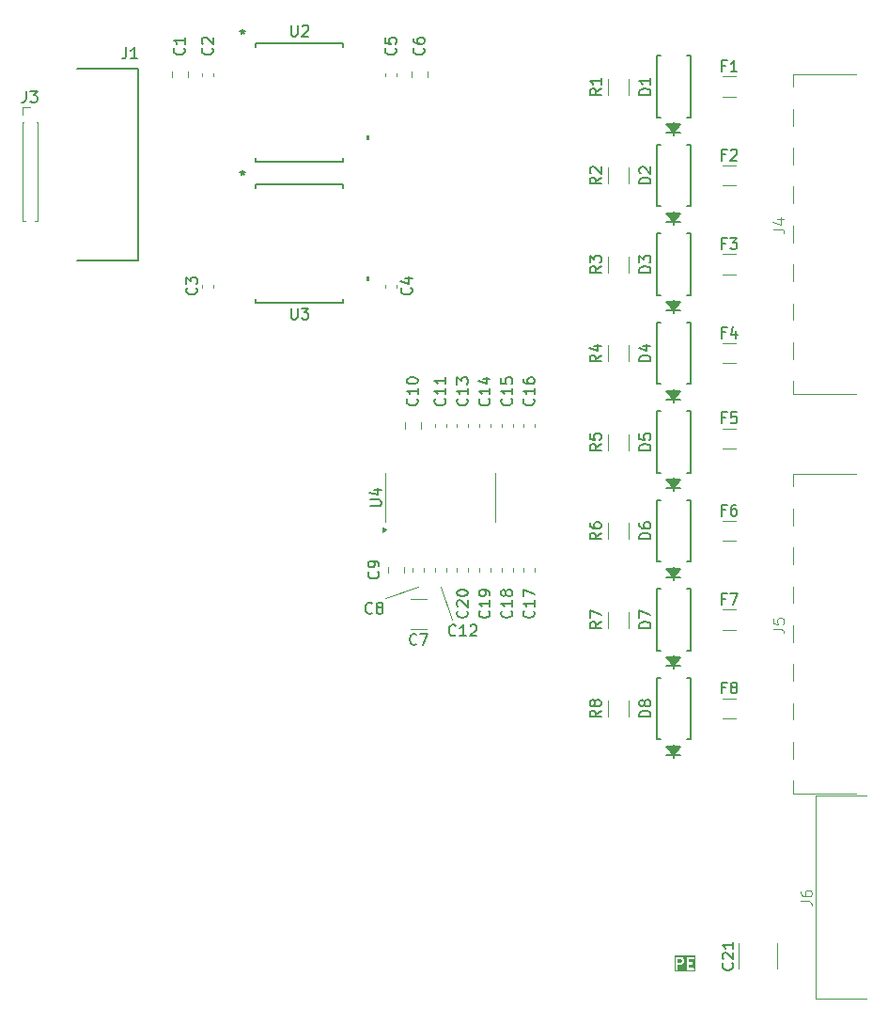
<source format=gbr>
%TF.GenerationSoftware,KiCad,Pcbnew,9.0.2*%
%TF.CreationDate,2025-05-30T08:32:05+03:00*%
%TF.ProjectId,PMCNV-AI8IU,504d434e-562d-4414-9938-49552e6b6963,rev?*%
%TF.SameCoordinates,Original*%
%TF.FileFunction,Legend,Top*%
%TF.FilePolarity,Positive*%
%FSLAX46Y46*%
G04 Gerber Fmt 4.6, Leading zero omitted, Abs format (unit mm)*
G04 Created by KiCad (PCBNEW 9.0.2) date 2025-05-30 08:32:05*
%MOMM*%
%LPD*%
G01*
G04 APERTURE LIST*
%ADD10C,0.100000*%
%ADD11C,0.200000*%
%ADD12C,0.150000*%
%ADD13C,0.120000*%
%ADD14C,0.152400*%
%ADD15C,0.000000*%
G04 APERTURE END LIST*
D10*
X-2000000Y-8000000D02*
X-5000000Y-9000000D01*
X1000000Y-11000000D02*
X0Y-8000000D01*
D11*
G36*
X21702668Y-41582024D02*
G01*
X21727337Y-41606692D01*
X21757142Y-41666302D01*
X21757142Y-41761945D01*
X21727337Y-41821554D01*
X21702668Y-41846222D01*
X21643059Y-41876028D01*
X21385714Y-41876028D01*
X21385714Y-41552219D01*
X21643059Y-41552219D01*
X21702668Y-41582024D01*
G37*
G36*
X22971094Y-42663330D02*
G01*
X21074603Y-42663330D01*
X21074603Y-41452219D01*
X21185714Y-41452219D01*
X21185714Y-42452219D01*
X21187635Y-42471728D01*
X21202567Y-42507776D01*
X21230157Y-42535366D01*
X21266205Y-42550298D01*
X21305223Y-42550298D01*
X21341271Y-42535366D01*
X21368861Y-42507776D01*
X21383793Y-42471728D01*
X21385714Y-42452219D01*
X21385714Y-42076028D01*
X21666666Y-42076028D01*
X21686175Y-42074107D01*
X21689495Y-42072731D01*
X21693079Y-42072477D01*
X21711387Y-42065471D01*
X21806625Y-42017852D01*
X21815021Y-42012566D01*
X21817461Y-42011556D01*
X21820207Y-42009302D01*
X21823215Y-42007409D01*
X21824944Y-42005414D01*
X21832615Y-41999120D01*
X21880233Y-41951501D01*
X21886525Y-41943834D01*
X21888523Y-41942102D01*
X21890416Y-41939093D01*
X21892670Y-41936348D01*
X21893680Y-41933907D01*
X21898966Y-41925511D01*
X21946585Y-41830274D01*
X21953591Y-41811965D01*
X21953845Y-41808381D01*
X21955221Y-41805061D01*
X21957142Y-41785552D01*
X21957142Y-41642695D01*
X21955221Y-41623186D01*
X21953845Y-41619865D01*
X21953591Y-41616282D01*
X21946585Y-41597973D01*
X21898966Y-41502736D01*
X21893680Y-41494339D01*
X21892670Y-41491899D01*
X21890416Y-41489153D01*
X21888523Y-41486145D01*
X21886525Y-41484412D01*
X21880233Y-41476746D01*
X21855707Y-41452219D01*
X22185714Y-41452219D01*
X22185714Y-42452219D01*
X22187635Y-42471728D01*
X22202567Y-42507776D01*
X22230157Y-42535366D01*
X22266205Y-42550298D01*
X22285714Y-42552219D01*
X22761904Y-42552219D01*
X22781413Y-42550298D01*
X22817461Y-42535366D01*
X22845051Y-42507776D01*
X22859983Y-42471728D01*
X22859983Y-42432710D01*
X22845051Y-42396662D01*
X22817461Y-42369072D01*
X22781413Y-42354140D01*
X22761904Y-42352219D01*
X22385714Y-42352219D01*
X22385714Y-42028409D01*
X22619047Y-42028409D01*
X22638556Y-42026488D01*
X22674604Y-42011556D01*
X22702194Y-41983966D01*
X22717126Y-41947918D01*
X22717126Y-41908900D01*
X22702194Y-41872852D01*
X22674604Y-41845262D01*
X22638556Y-41830330D01*
X22619047Y-41828409D01*
X22385714Y-41828409D01*
X22385714Y-41552219D01*
X22761904Y-41552219D01*
X22781413Y-41550298D01*
X22817461Y-41535366D01*
X22845051Y-41507776D01*
X22859983Y-41471728D01*
X22859983Y-41432710D01*
X22845051Y-41396662D01*
X22817461Y-41369072D01*
X22781413Y-41354140D01*
X22761904Y-41352219D01*
X22285714Y-41352219D01*
X22266205Y-41354140D01*
X22230157Y-41369072D01*
X22202567Y-41396662D01*
X22187635Y-41432710D01*
X22185714Y-41452219D01*
X21855707Y-41452219D01*
X21832615Y-41429127D01*
X21824944Y-41422832D01*
X21823215Y-41420838D01*
X21820207Y-41418944D01*
X21817461Y-41416691D01*
X21815021Y-41415680D01*
X21806625Y-41410395D01*
X21711387Y-41362776D01*
X21693079Y-41355770D01*
X21689495Y-41355515D01*
X21686175Y-41354140D01*
X21666666Y-41352219D01*
X21285714Y-41352219D01*
X21266205Y-41354140D01*
X21230157Y-41369072D01*
X21202567Y-41396662D01*
X21187635Y-41432710D01*
X21185714Y-41452219D01*
X21074603Y-41452219D01*
X21074603Y-41241108D01*
X22971094Y-41241108D01*
X22971094Y-42663330D01*
G37*
D12*
X25666666Y30888991D02*
X25333333Y30888991D01*
X25333333Y30365181D02*
X25333333Y31365181D01*
X25333333Y31365181D02*
X25809523Y31365181D01*
X26142857Y31269943D02*
X26190476Y31317562D01*
X26190476Y31317562D02*
X26285714Y31365181D01*
X26285714Y31365181D02*
X26523809Y31365181D01*
X26523809Y31365181D02*
X26619047Y31317562D01*
X26619047Y31317562D02*
X26666666Y31269943D01*
X26666666Y31269943D02*
X26714285Y31174705D01*
X26714285Y31174705D02*
X26714285Y31079467D01*
X26714285Y31079467D02*
X26666666Y30936610D01*
X26666666Y30936610D02*
X26095238Y30365181D01*
X26095238Y30365181D02*
X26714285Y30365181D01*
X25666666Y-9111009D02*
X25333333Y-9111009D01*
X25333333Y-9634819D02*
X25333333Y-8634819D01*
X25333333Y-8634819D02*
X25809523Y-8634819D01*
X26095238Y-8634819D02*
X26761904Y-8634819D01*
X26761904Y-8634819D02*
X26333333Y-9634819D01*
X-13461905Y42545181D02*
X-13461905Y41735658D01*
X-13461905Y41735658D02*
X-13414286Y41640420D01*
X-13414286Y41640420D02*
X-13366667Y41592800D01*
X-13366667Y41592800D02*
X-13271429Y41545181D01*
X-13271429Y41545181D02*
X-13080953Y41545181D01*
X-13080953Y41545181D02*
X-12985715Y41592800D01*
X-12985715Y41592800D02*
X-12938096Y41640420D01*
X-12938096Y41640420D02*
X-12890477Y41735658D01*
X-12890477Y41735658D02*
X-12890477Y42545181D01*
X-12461905Y42449943D02*
X-12414286Y42497562D01*
X-12414286Y42497562D02*
X-12319048Y42545181D01*
X-12319048Y42545181D02*
X-12080953Y42545181D01*
X-12080953Y42545181D02*
X-11985715Y42497562D01*
X-11985715Y42497562D02*
X-11938096Y42449943D01*
X-11938096Y42449943D02*
X-11890477Y42354705D01*
X-11890477Y42354705D02*
X-11890477Y42259467D01*
X-11890477Y42259467D02*
X-11938096Y42116610D01*
X-11938096Y42116610D02*
X-12509524Y41545181D01*
X-12509524Y41545181D02*
X-11890477Y41545181D01*
X-17830800Y42175781D02*
X-17830800Y41937686D01*
X-18068895Y42032924D02*
X-17830800Y41937686D01*
X-17830800Y41937686D02*
X-17592705Y42032924D01*
X-17973657Y41747210D02*
X-17830800Y41937686D01*
X-17830800Y41937686D02*
X-17687943Y41747210D01*
X18914819Y4261906D02*
X17914819Y4261906D01*
X17914819Y4261906D02*
X17914819Y4500001D01*
X17914819Y4500001D02*
X17962438Y4642858D01*
X17962438Y4642858D02*
X18057676Y4738096D01*
X18057676Y4738096D02*
X18152914Y4785715D01*
X18152914Y4785715D02*
X18343390Y4833334D01*
X18343390Y4833334D02*
X18486247Y4833334D01*
X18486247Y4833334D02*
X18676723Y4785715D01*
X18676723Y4785715D02*
X18771961Y4738096D01*
X18771961Y4738096D02*
X18867200Y4642858D01*
X18867200Y4642858D02*
X18914819Y4500001D01*
X18914819Y4500001D02*
X18914819Y4261906D01*
X17914819Y5738096D02*
X17914819Y5261906D01*
X17914819Y5261906D02*
X18391009Y5214287D01*
X18391009Y5214287D02*
X18343390Y5261906D01*
X18343390Y5261906D02*
X18295771Y5357144D01*
X18295771Y5357144D02*
X18295771Y5595239D01*
X18295771Y5595239D02*
X18343390Y5690477D01*
X18343390Y5690477D02*
X18391009Y5738096D01*
X18391009Y5738096D02*
X18486247Y5785715D01*
X18486247Y5785715D02*
X18724342Y5785715D01*
X18724342Y5785715D02*
X18819580Y5738096D01*
X18819580Y5738096D02*
X18867200Y5690477D01*
X18867200Y5690477D02*
X18914819Y5595239D01*
X18914819Y5595239D02*
X18914819Y5357144D01*
X18914819Y5357144D02*
X18867200Y5261906D01*
X18867200Y5261906D02*
X18819580Y5214287D01*
D10*
X29957419Y-11833333D02*
X30671704Y-11833333D01*
X30671704Y-11833333D02*
X30814561Y-11880952D01*
X30814561Y-11880952D02*
X30909800Y-11976190D01*
X30909800Y-11976190D02*
X30957419Y-12119047D01*
X30957419Y-12119047D02*
X30957419Y-12214285D01*
X29957419Y-10880952D02*
X29957419Y-11357142D01*
X29957419Y-11357142D02*
X30433609Y-11404761D01*
X30433609Y-11404761D02*
X30385990Y-11357142D01*
X30385990Y-11357142D02*
X30338371Y-11261904D01*
X30338371Y-11261904D02*
X30338371Y-11023809D01*
X30338371Y-11023809D02*
X30385990Y-10928571D01*
X30385990Y-10928571D02*
X30433609Y-10880952D01*
X30433609Y-10880952D02*
X30528847Y-10833333D01*
X30528847Y-10833333D02*
X30766942Y-10833333D01*
X30766942Y-10833333D02*
X30862180Y-10880952D01*
X30862180Y-10880952D02*
X30909800Y-10928571D01*
X30909800Y-10928571D02*
X30957419Y-11023809D01*
X30957419Y-11023809D02*
X30957419Y-11261904D01*
X30957419Y-11261904D02*
X30909800Y-11357142D01*
X30909800Y-11357142D02*
X30862180Y-11404761D01*
D12*
X-4085420Y40473334D02*
X-4037800Y40425715D01*
X-4037800Y40425715D02*
X-3990181Y40282858D01*
X-3990181Y40282858D02*
X-3990181Y40187620D01*
X-3990181Y40187620D02*
X-4037800Y40044763D01*
X-4037800Y40044763D02*
X-4133039Y39949525D01*
X-4133039Y39949525D02*
X-4228277Y39901906D01*
X-4228277Y39901906D02*
X-4418753Y39854287D01*
X-4418753Y39854287D02*
X-4561610Y39854287D01*
X-4561610Y39854287D02*
X-4752086Y39901906D01*
X-4752086Y39901906D02*
X-4847324Y39949525D01*
X-4847324Y39949525D02*
X-4942562Y40044763D01*
X-4942562Y40044763D02*
X-4990181Y40187620D01*
X-4990181Y40187620D02*
X-4990181Y40282858D01*
X-4990181Y40282858D02*
X-4942562Y40425715D01*
X-4942562Y40425715D02*
X-4894943Y40473334D01*
X-4990181Y41378096D02*
X-4990181Y40901906D01*
X-4990181Y40901906D02*
X-4513991Y40854287D01*
X-4513991Y40854287D02*
X-4561610Y40901906D01*
X-4561610Y40901906D02*
X-4609229Y40997144D01*
X-4609229Y40997144D02*
X-4609229Y41235239D01*
X-4609229Y41235239D02*
X-4561610Y41330477D01*
X-4561610Y41330477D02*
X-4513991Y41378096D01*
X-4513991Y41378096D02*
X-4418753Y41425715D01*
X-4418753Y41425715D02*
X-4180658Y41425715D01*
X-4180658Y41425715D02*
X-4085420Y41378096D01*
X-4085420Y41378096D02*
X-4037800Y41330477D01*
X-4037800Y41330477D02*
X-3990181Y41235239D01*
X-3990181Y41235239D02*
X-3990181Y40997144D01*
X-3990181Y40997144D02*
X-4037800Y40901906D01*
X-4037800Y40901906D02*
X-4085420Y40854287D01*
X14454819Y-3166666D02*
X13978628Y-3499999D01*
X14454819Y-3738094D02*
X13454819Y-3738094D01*
X13454819Y-3738094D02*
X13454819Y-3357142D01*
X13454819Y-3357142D02*
X13502438Y-3261904D01*
X13502438Y-3261904D02*
X13550057Y-3214285D01*
X13550057Y-3214285D02*
X13645295Y-3166666D01*
X13645295Y-3166666D02*
X13788152Y-3166666D01*
X13788152Y-3166666D02*
X13883390Y-3214285D01*
X13883390Y-3214285D02*
X13931009Y-3261904D01*
X13931009Y-3261904D02*
X13978628Y-3357142D01*
X13978628Y-3357142D02*
X13978628Y-3738094D01*
X13454819Y-2309523D02*
X13454819Y-2499999D01*
X13454819Y-2499999D02*
X13502438Y-2595237D01*
X13502438Y-2595237D02*
X13550057Y-2642856D01*
X13550057Y-2642856D02*
X13692914Y-2738094D01*
X13692914Y-2738094D02*
X13883390Y-2785713D01*
X13883390Y-2785713D02*
X14264342Y-2785713D01*
X14264342Y-2785713D02*
X14359580Y-2738094D01*
X14359580Y-2738094D02*
X14407200Y-2690475D01*
X14407200Y-2690475D02*
X14454819Y-2595237D01*
X14454819Y-2595237D02*
X14454819Y-2404761D01*
X14454819Y-2404761D02*
X14407200Y-2309523D01*
X14407200Y-2309523D02*
X14359580Y-2261904D01*
X14359580Y-2261904D02*
X14264342Y-2214285D01*
X14264342Y-2214285D02*
X14026247Y-2214285D01*
X14026247Y-2214285D02*
X13931009Y-2261904D01*
X13931009Y-2261904D02*
X13883390Y-2309523D01*
X13883390Y-2309523D02*
X13835771Y-2404761D01*
X13835771Y-2404761D02*
X13835771Y-2595237D01*
X13835771Y-2595237D02*
X13883390Y-2690475D01*
X13883390Y-2690475D02*
X13931009Y-2738094D01*
X13931009Y-2738094D02*
X14026247Y-2785713D01*
X25666666Y22888991D02*
X25333333Y22888991D01*
X25333333Y22365181D02*
X25333333Y23365181D01*
X25333333Y23365181D02*
X25809523Y23365181D01*
X26095238Y23365181D02*
X26714285Y23365181D01*
X26714285Y23365181D02*
X26380952Y22984229D01*
X26380952Y22984229D02*
X26523809Y22984229D01*
X26523809Y22984229D02*
X26619047Y22936610D01*
X26619047Y22936610D02*
X26666666Y22888991D01*
X26666666Y22888991D02*
X26714285Y22793753D01*
X26714285Y22793753D02*
X26714285Y22555658D01*
X26714285Y22555658D02*
X26666666Y22460420D01*
X26666666Y22460420D02*
X26619047Y22412800D01*
X26619047Y22412800D02*
X26523809Y22365181D01*
X26523809Y22365181D02*
X26238095Y22365181D01*
X26238095Y22365181D02*
X26142857Y22412800D01*
X26142857Y22412800D02*
X26095238Y22460420D01*
X2359580Y8908208D02*
X2407200Y8860589D01*
X2407200Y8860589D02*
X2454819Y8717732D01*
X2454819Y8717732D02*
X2454819Y8622494D01*
X2454819Y8622494D02*
X2407200Y8479637D01*
X2407200Y8479637D02*
X2311961Y8384399D01*
X2311961Y8384399D02*
X2216723Y8336780D01*
X2216723Y8336780D02*
X2026247Y8289161D01*
X2026247Y8289161D02*
X1883390Y8289161D01*
X1883390Y8289161D02*
X1692914Y8336780D01*
X1692914Y8336780D02*
X1597676Y8384399D01*
X1597676Y8384399D02*
X1502438Y8479637D01*
X1502438Y8479637D02*
X1454819Y8622494D01*
X1454819Y8622494D02*
X1454819Y8717732D01*
X1454819Y8717732D02*
X1502438Y8860589D01*
X1502438Y8860589D02*
X1550057Y8908208D01*
X2454819Y9860589D02*
X2454819Y9289161D01*
X2454819Y9574875D02*
X1454819Y9574875D01*
X1454819Y9574875D02*
X1597676Y9479637D01*
X1597676Y9479637D02*
X1692914Y9384399D01*
X1692914Y9384399D02*
X1740533Y9289161D01*
X1454819Y10193923D02*
X1454819Y10812970D01*
X1454819Y10812970D02*
X1835771Y10479637D01*
X1835771Y10479637D02*
X1835771Y10622494D01*
X1835771Y10622494D02*
X1883390Y10717732D01*
X1883390Y10717732D02*
X1931009Y10765351D01*
X1931009Y10765351D02*
X2026247Y10812970D01*
X2026247Y10812970D02*
X2264342Y10812970D01*
X2264342Y10812970D02*
X2359580Y10765351D01*
X2359580Y10765351D02*
X2407200Y10717732D01*
X2407200Y10717732D02*
X2454819Y10622494D01*
X2454819Y10622494D02*
X2454819Y10336780D01*
X2454819Y10336780D02*
X2407200Y10241542D01*
X2407200Y10241542D02*
X2359580Y10193923D01*
X-37333334Y36605181D02*
X-37333334Y35890896D01*
X-37333334Y35890896D02*
X-37380953Y35748039D01*
X-37380953Y35748039D02*
X-37476191Y35652800D01*
X-37476191Y35652800D02*
X-37619048Y35605181D01*
X-37619048Y35605181D02*
X-37714286Y35605181D01*
X-36952381Y36605181D02*
X-36333334Y36605181D01*
X-36333334Y36605181D02*
X-36666667Y36224229D01*
X-36666667Y36224229D02*
X-36523810Y36224229D01*
X-36523810Y36224229D02*
X-36428572Y36176610D01*
X-36428572Y36176610D02*
X-36380953Y36128991D01*
X-36380953Y36128991D02*
X-36333334Y36033753D01*
X-36333334Y36033753D02*
X-36333334Y35795658D01*
X-36333334Y35795658D02*
X-36380953Y35700420D01*
X-36380953Y35700420D02*
X-36428572Y35652800D01*
X-36428572Y35652800D02*
X-36523810Y35605181D01*
X-36523810Y35605181D02*
X-36809524Y35605181D01*
X-36809524Y35605181D02*
X-36904762Y35652800D01*
X-36904762Y35652800D02*
X-36952381Y35700420D01*
X18914819Y20261906D02*
X17914819Y20261906D01*
X17914819Y20261906D02*
X17914819Y20500001D01*
X17914819Y20500001D02*
X17962438Y20642858D01*
X17962438Y20642858D02*
X18057676Y20738096D01*
X18057676Y20738096D02*
X18152914Y20785715D01*
X18152914Y20785715D02*
X18343390Y20833334D01*
X18343390Y20833334D02*
X18486247Y20833334D01*
X18486247Y20833334D02*
X18676723Y20785715D01*
X18676723Y20785715D02*
X18771961Y20738096D01*
X18771961Y20738096D02*
X18867200Y20642858D01*
X18867200Y20642858D02*
X18914819Y20500001D01*
X18914819Y20500001D02*
X18914819Y20261906D01*
X17914819Y21166668D02*
X17914819Y21785715D01*
X17914819Y21785715D02*
X18295771Y21452382D01*
X18295771Y21452382D02*
X18295771Y21595239D01*
X18295771Y21595239D02*
X18343390Y21690477D01*
X18343390Y21690477D02*
X18391009Y21738096D01*
X18391009Y21738096D02*
X18486247Y21785715D01*
X18486247Y21785715D02*
X18724342Y21785715D01*
X18724342Y21785715D02*
X18819580Y21738096D01*
X18819580Y21738096D02*
X18867200Y21690477D01*
X18867200Y21690477D02*
X18914819Y21595239D01*
X18914819Y21595239D02*
X18914819Y21309525D01*
X18914819Y21309525D02*
X18867200Y21214287D01*
X18867200Y21214287D02*
X18819580Y21166668D01*
D10*
X29957419Y24166667D02*
X30671704Y24166667D01*
X30671704Y24166667D02*
X30814561Y24119048D01*
X30814561Y24119048D02*
X30909800Y24023810D01*
X30909800Y24023810D02*
X30957419Y23880953D01*
X30957419Y23880953D02*
X30957419Y23785715D01*
X30290752Y25071429D02*
X30957419Y25071429D01*
X29909800Y24833334D02*
X30624085Y24595239D01*
X30624085Y24595239D02*
X30624085Y25214286D01*
D12*
X14454819Y36833334D02*
X13978628Y36500001D01*
X14454819Y36261906D02*
X13454819Y36261906D01*
X13454819Y36261906D02*
X13454819Y36642858D01*
X13454819Y36642858D02*
X13502438Y36738096D01*
X13502438Y36738096D02*
X13550057Y36785715D01*
X13550057Y36785715D02*
X13645295Y36833334D01*
X13645295Y36833334D02*
X13788152Y36833334D01*
X13788152Y36833334D02*
X13883390Y36785715D01*
X13883390Y36785715D02*
X13931009Y36738096D01*
X13931009Y36738096D02*
X13978628Y36642858D01*
X13978628Y36642858D02*
X13978628Y36261906D01*
X14454819Y37785715D02*
X14454819Y37214287D01*
X14454819Y37500001D02*
X13454819Y37500001D01*
X13454819Y37500001D02*
X13597676Y37404763D01*
X13597676Y37404763D02*
X13692914Y37309525D01*
X13692914Y37309525D02*
X13740533Y37214287D01*
X359580Y8908208D02*
X407200Y8860589D01*
X407200Y8860589D02*
X454819Y8717732D01*
X454819Y8717732D02*
X454819Y8622494D01*
X454819Y8622494D02*
X407200Y8479637D01*
X407200Y8479637D02*
X311961Y8384399D01*
X311961Y8384399D02*
X216723Y8336780D01*
X216723Y8336780D02*
X26247Y8289161D01*
X26247Y8289161D02*
X-116610Y8289161D01*
X-116610Y8289161D02*
X-307086Y8336780D01*
X-307086Y8336780D02*
X-402324Y8384399D01*
X-402324Y8384399D02*
X-497562Y8479637D01*
X-497562Y8479637D02*
X-545181Y8622494D01*
X-545181Y8622494D02*
X-545181Y8717732D01*
X-545181Y8717732D02*
X-497562Y8860589D01*
X-497562Y8860589D02*
X-449943Y8908208D01*
X454819Y9860589D02*
X454819Y9289161D01*
X454819Y9574875D02*
X-545181Y9574875D01*
X-545181Y9574875D02*
X-402324Y9479637D01*
X-402324Y9479637D02*
X-307086Y9384399D01*
X-307086Y9384399D02*
X-259467Y9289161D01*
X454819Y10812970D02*
X454819Y10241542D01*
X454819Y10527256D02*
X-545181Y10527256D01*
X-545181Y10527256D02*
X-402324Y10432018D01*
X-402324Y10432018D02*
X-307086Y10336780D01*
X-307086Y10336780D02*
X-259467Y10241542D01*
X14454819Y12833334D02*
X13978628Y12500001D01*
X14454819Y12261906D02*
X13454819Y12261906D01*
X13454819Y12261906D02*
X13454819Y12642858D01*
X13454819Y12642858D02*
X13502438Y12738096D01*
X13502438Y12738096D02*
X13550057Y12785715D01*
X13550057Y12785715D02*
X13645295Y12833334D01*
X13645295Y12833334D02*
X13788152Y12833334D01*
X13788152Y12833334D02*
X13883390Y12785715D01*
X13883390Y12785715D02*
X13931009Y12738096D01*
X13931009Y12738096D02*
X13978628Y12642858D01*
X13978628Y12642858D02*
X13978628Y12261906D01*
X13788152Y13690477D02*
X14454819Y13690477D01*
X13407200Y13452382D02*
X14121485Y13214287D01*
X14121485Y13214287D02*
X14121485Y13833334D01*
X-2166667Y-13159580D02*
X-2214286Y-13207200D01*
X-2214286Y-13207200D02*
X-2357143Y-13254819D01*
X-2357143Y-13254819D02*
X-2452381Y-13254819D01*
X-2452381Y-13254819D02*
X-2595238Y-13207200D01*
X-2595238Y-13207200D02*
X-2690476Y-13111961D01*
X-2690476Y-13111961D02*
X-2738095Y-13016723D01*
X-2738095Y-13016723D02*
X-2785714Y-12826247D01*
X-2785714Y-12826247D02*
X-2785714Y-12683390D01*
X-2785714Y-12683390D02*
X-2738095Y-12492914D01*
X-2738095Y-12492914D02*
X-2690476Y-12397676D01*
X-2690476Y-12397676D02*
X-2595238Y-12302438D01*
X-2595238Y-12302438D02*
X-2452381Y-12254819D01*
X-2452381Y-12254819D02*
X-2357143Y-12254819D01*
X-2357143Y-12254819D02*
X-2214286Y-12302438D01*
X-2214286Y-12302438D02*
X-2166667Y-12350057D01*
X-1833333Y-12254819D02*
X-1166667Y-12254819D01*
X-1166667Y-12254819D02*
X-1595238Y-13254819D01*
X14454819Y28833334D02*
X13978628Y28500001D01*
X14454819Y28261906D02*
X13454819Y28261906D01*
X13454819Y28261906D02*
X13454819Y28642858D01*
X13454819Y28642858D02*
X13502438Y28738096D01*
X13502438Y28738096D02*
X13550057Y28785715D01*
X13550057Y28785715D02*
X13645295Y28833334D01*
X13645295Y28833334D02*
X13788152Y28833334D01*
X13788152Y28833334D02*
X13883390Y28785715D01*
X13883390Y28785715D02*
X13931009Y28738096D01*
X13931009Y28738096D02*
X13978628Y28642858D01*
X13978628Y28642858D02*
X13978628Y28261906D01*
X13550057Y29214287D02*
X13502438Y29261906D01*
X13502438Y29261906D02*
X13454819Y29357144D01*
X13454819Y29357144D02*
X13454819Y29595239D01*
X13454819Y29595239D02*
X13502438Y29690477D01*
X13502438Y29690477D02*
X13550057Y29738096D01*
X13550057Y29738096D02*
X13645295Y29785715D01*
X13645295Y29785715D02*
X13740533Y29785715D01*
X13740533Y29785715D02*
X13883390Y29738096D01*
X13883390Y29738096D02*
X14454819Y29166668D01*
X14454819Y29166668D02*
X14454819Y29785715D01*
X-23135420Y40473334D02*
X-23087800Y40425715D01*
X-23087800Y40425715D02*
X-23040181Y40282858D01*
X-23040181Y40282858D02*
X-23040181Y40187620D01*
X-23040181Y40187620D02*
X-23087800Y40044763D01*
X-23087800Y40044763D02*
X-23183039Y39949525D01*
X-23183039Y39949525D02*
X-23278277Y39901906D01*
X-23278277Y39901906D02*
X-23468753Y39854287D01*
X-23468753Y39854287D02*
X-23611610Y39854287D01*
X-23611610Y39854287D02*
X-23802086Y39901906D01*
X-23802086Y39901906D02*
X-23897324Y39949525D01*
X-23897324Y39949525D02*
X-23992562Y40044763D01*
X-23992562Y40044763D02*
X-24040181Y40187620D01*
X-24040181Y40187620D02*
X-24040181Y40282858D01*
X-24040181Y40282858D02*
X-23992562Y40425715D01*
X-23992562Y40425715D02*
X-23944943Y40473334D01*
X-23040181Y41425715D02*
X-23040181Y40854287D01*
X-23040181Y41140001D02*
X-24040181Y41140001D01*
X-24040181Y41140001D02*
X-23897324Y41044763D01*
X-23897324Y41044763D02*
X-23802086Y40949525D01*
X-23802086Y40949525D02*
X-23754467Y40854287D01*
X-13461905Y17055181D02*
X-13461905Y16245658D01*
X-13461905Y16245658D02*
X-13414286Y16150420D01*
X-13414286Y16150420D02*
X-13366667Y16102800D01*
X-13366667Y16102800D02*
X-13271429Y16055181D01*
X-13271429Y16055181D02*
X-13080953Y16055181D01*
X-13080953Y16055181D02*
X-12985715Y16102800D01*
X-12985715Y16102800D02*
X-12938096Y16150420D01*
X-12938096Y16150420D02*
X-12890477Y16245658D01*
X-12890477Y16245658D02*
X-12890477Y17055181D01*
X-12509524Y17055181D02*
X-11890477Y17055181D01*
X-11890477Y17055181D02*
X-12223810Y16674229D01*
X-12223810Y16674229D02*
X-12080953Y16674229D01*
X-12080953Y16674229D02*
X-11985715Y16626610D01*
X-11985715Y16626610D02*
X-11938096Y16578991D01*
X-11938096Y16578991D02*
X-11890477Y16483753D01*
X-11890477Y16483753D02*
X-11890477Y16245658D01*
X-11890477Y16245658D02*
X-11938096Y16150420D01*
X-11938096Y16150420D02*
X-11985715Y16102800D01*
X-11985715Y16102800D02*
X-12080953Y16055181D01*
X-12080953Y16055181D02*
X-12366667Y16055181D01*
X-12366667Y16055181D02*
X-12461905Y16102800D01*
X-12461905Y16102800D02*
X-12509524Y16150420D01*
X-17830800Y29475781D02*
X-17830800Y29237686D01*
X-18068895Y29332924D02*
X-17830800Y29237686D01*
X-17830800Y29237686D02*
X-17592705Y29332924D01*
X-17973657Y29047210D02*
X-17830800Y29237686D01*
X-17830800Y29237686D02*
X-17687943Y29047210D01*
X-22025420Y18883334D02*
X-21977800Y18835715D01*
X-21977800Y18835715D02*
X-21930181Y18692858D01*
X-21930181Y18692858D02*
X-21930181Y18597620D01*
X-21930181Y18597620D02*
X-21977800Y18454763D01*
X-21977800Y18454763D02*
X-22073039Y18359525D01*
X-22073039Y18359525D02*
X-22168277Y18311906D01*
X-22168277Y18311906D02*
X-22358753Y18264287D01*
X-22358753Y18264287D02*
X-22501610Y18264287D01*
X-22501610Y18264287D02*
X-22692086Y18311906D01*
X-22692086Y18311906D02*
X-22787324Y18359525D01*
X-22787324Y18359525D02*
X-22882562Y18454763D01*
X-22882562Y18454763D02*
X-22930181Y18597620D01*
X-22930181Y18597620D02*
X-22930181Y18692858D01*
X-22930181Y18692858D02*
X-22882562Y18835715D01*
X-22882562Y18835715D02*
X-22834943Y18883334D01*
X-22930181Y19216668D02*
X-22930181Y19835715D01*
X-22930181Y19835715D02*
X-22549229Y19502382D01*
X-22549229Y19502382D02*
X-22549229Y19645239D01*
X-22549229Y19645239D02*
X-22501610Y19740477D01*
X-22501610Y19740477D02*
X-22453991Y19788096D01*
X-22453991Y19788096D02*
X-22358753Y19835715D01*
X-22358753Y19835715D02*
X-22120658Y19835715D01*
X-22120658Y19835715D02*
X-22025420Y19788096D01*
X-22025420Y19788096D02*
X-21977800Y19740477D01*
X-21977800Y19740477D02*
X-21930181Y19645239D01*
X-21930181Y19645239D02*
X-21930181Y19359525D01*
X-21930181Y19359525D02*
X-21977800Y19264287D01*
X-21977800Y19264287D02*
X-22025420Y19216668D01*
X-2140420Y8908208D02*
X-2092800Y8860589D01*
X-2092800Y8860589D02*
X-2045181Y8717732D01*
X-2045181Y8717732D02*
X-2045181Y8622494D01*
X-2045181Y8622494D02*
X-2092800Y8479637D01*
X-2092800Y8479637D02*
X-2188039Y8384399D01*
X-2188039Y8384399D02*
X-2283277Y8336780D01*
X-2283277Y8336780D02*
X-2473753Y8289161D01*
X-2473753Y8289161D02*
X-2616610Y8289161D01*
X-2616610Y8289161D02*
X-2807086Y8336780D01*
X-2807086Y8336780D02*
X-2902324Y8384399D01*
X-2902324Y8384399D02*
X-2997562Y8479637D01*
X-2997562Y8479637D02*
X-3045181Y8622494D01*
X-3045181Y8622494D02*
X-3045181Y8717732D01*
X-3045181Y8717732D02*
X-2997562Y8860589D01*
X-2997562Y8860589D02*
X-2949943Y8908208D01*
X-2045181Y9860589D02*
X-2045181Y9289161D01*
X-2045181Y9574875D02*
X-3045181Y9574875D01*
X-3045181Y9574875D02*
X-2902324Y9479637D01*
X-2902324Y9479637D02*
X-2807086Y9384399D01*
X-2807086Y9384399D02*
X-2759467Y9289161D01*
X-3045181Y10479637D02*
X-3045181Y10574875D01*
X-3045181Y10574875D02*
X-2997562Y10670113D01*
X-2997562Y10670113D02*
X-2949943Y10717732D01*
X-2949943Y10717732D02*
X-2854705Y10765351D01*
X-2854705Y10765351D02*
X-2664229Y10812970D01*
X-2664229Y10812970D02*
X-2426134Y10812970D01*
X-2426134Y10812970D02*
X-2235658Y10765351D01*
X-2235658Y10765351D02*
X-2140420Y10717732D01*
X-2140420Y10717732D02*
X-2092800Y10670113D01*
X-2092800Y10670113D02*
X-2045181Y10574875D01*
X-2045181Y10574875D02*
X-2045181Y10479637D01*
X-2045181Y10479637D02*
X-2092800Y10384399D01*
X-2092800Y10384399D02*
X-2140420Y10336780D01*
X-2140420Y10336780D02*
X-2235658Y10289161D01*
X-2235658Y10289161D02*
X-2426134Y10241542D01*
X-2426134Y10241542D02*
X-2664229Y10241542D01*
X-2664229Y10241542D02*
X-2854705Y10289161D01*
X-2854705Y10289161D02*
X-2949943Y10336780D01*
X-2949943Y10336780D02*
X-2997562Y10384399D01*
X-2997562Y10384399D02*
X-3045181Y10479637D01*
X6359580Y-10193922D02*
X6407200Y-10241541D01*
X6407200Y-10241541D02*
X6454819Y-10384398D01*
X6454819Y-10384398D02*
X6454819Y-10479636D01*
X6454819Y-10479636D02*
X6407200Y-10622493D01*
X6407200Y-10622493D02*
X6311961Y-10717731D01*
X6311961Y-10717731D02*
X6216723Y-10765350D01*
X6216723Y-10765350D02*
X6026247Y-10812969D01*
X6026247Y-10812969D02*
X5883390Y-10812969D01*
X5883390Y-10812969D02*
X5692914Y-10765350D01*
X5692914Y-10765350D02*
X5597676Y-10717731D01*
X5597676Y-10717731D02*
X5502438Y-10622493D01*
X5502438Y-10622493D02*
X5454819Y-10479636D01*
X5454819Y-10479636D02*
X5454819Y-10384398D01*
X5454819Y-10384398D02*
X5502438Y-10241541D01*
X5502438Y-10241541D02*
X5550057Y-10193922D01*
X6454819Y-9241541D02*
X6454819Y-9812969D01*
X6454819Y-9527255D02*
X5454819Y-9527255D01*
X5454819Y-9527255D02*
X5597676Y-9622493D01*
X5597676Y-9622493D02*
X5692914Y-9717731D01*
X5692914Y-9717731D02*
X5740533Y-9812969D01*
X5883390Y-8670112D02*
X5835771Y-8765350D01*
X5835771Y-8765350D02*
X5788152Y-8812969D01*
X5788152Y-8812969D02*
X5692914Y-8860588D01*
X5692914Y-8860588D02*
X5645295Y-8860588D01*
X5645295Y-8860588D02*
X5550057Y-8812969D01*
X5550057Y-8812969D02*
X5502438Y-8765350D01*
X5502438Y-8765350D02*
X5454819Y-8670112D01*
X5454819Y-8670112D02*
X5454819Y-8479636D01*
X5454819Y-8479636D02*
X5502438Y-8384398D01*
X5502438Y-8384398D02*
X5550057Y-8336779D01*
X5550057Y-8336779D02*
X5645295Y-8289160D01*
X5645295Y-8289160D02*
X5692914Y-8289160D01*
X5692914Y-8289160D02*
X5788152Y-8336779D01*
X5788152Y-8336779D02*
X5835771Y-8384398D01*
X5835771Y-8384398D02*
X5883390Y-8479636D01*
X5883390Y-8479636D02*
X5883390Y-8670112D01*
X5883390Y-8670112D02*
X5931009Y-8765350D01*
X5931009Y-8765350D02*
X5978628Y-8812969D01*
X5978628Y-8812969D02*
X6073866Y-8860588D01*
X6073866Y-8860588D02*
X6264342Y-8860588D01*
X6264342Y-8860588D02*
X6359580Y-8812969D01*
X6359580Y-8812969D02*
X6407200Y-8765350D01*
X6407200Y-8765350D02*
X6454819Y-8670112D01*
X6454819Y-8670112D02*
X6454819Y-8479636D01*
X6454819Y-8479636D02*
X6407200Y-8384398D01*
X6407200Y-8384398D02*
X6359580Y-8336779D01*
X6359580Y-8336779D02*
X6264342Y-8289160D01*
X6264342Y-8289160D02*
X6073866Y-8289160D01*
X6073866Y-8289160D02*
X5978628Y-8336779D01*
X5978628Y-8336779D02*
X5931009Y-8384398D01*
X5931009Y-8384398D02*
X5883390Y-8479636D01*
X14454819Y20833334D02*
X13978628Y20500001D01*
X14454819Y20261906D02*
X13454819Y20261906D01*
X13454819Y20261906D02*
X13454819Y20642858D01*
X13454819Y20642858D02*
X13502438Y20738096D01*
X13502438Y20738096D02*
X13550057Y20785715D01*
X13550057Y20785715D02*
X13645295Y20833334D01*
X13645295Y20833334D02*
X13788152Y20833334D01*
X13788152Y20833334D02*
X13883390Y20785715D01*
X13883390Y20785715D02*
X13931009Y20738096D01*
X13931009Y20738096D02*
X13978628Y20642858D01*
X13978628Y20642858D02*
X13978628Y20261906D01*
X13454819Y21166668D02*
X13454819Y21785715D01*
X13454819Y21785715D02*
X13835771Y21452382D01*
X13835771Y21452382D02*
X13835771Y21595239D01*
X13835771Y21595239D02*
X13883390Y21690477D01*
X13883390Y21690477D02*
X13931009Y21738096D01*
X13931009Y21738096D02*
X14026247Y21785715D01*
X14026247Y21785715D02*
X14264342Y21785715D01*
X14264342Y21785715D02*
X14359580Y21738096D01*
X14359580Y21738096D02*
X14407200Y21690477D01*
X14407200Y21690477D02*
X14454819Y21595239D01*
X14454819Y21595239D02*
X14454819Y21309525D01*
X14454819Y21309525D02*
X14407200Y21214287D01*
X14407200Y21214287D02*
X14359580Y21166668D01*
X1357142Y-12359580D02*
X1309523Y-12407200D01*
X1309523Y-12407200D02*
X1166666Y-12454819D01*
X1166666Y-12454819D02*
X1071428Y-12454819D01*
X1071428Y-12454819D02*
X928571Y-12407200D01*
X928571Y-12407200D02*
X833333Y-12311961D01*
X833333Y-12311961D02*
X785714Y-12216723D01*
X785714Y-12216723D02*
X738095Y-12026247D01*
X738095Y-12026247D02*
X738095Y-11883390D01*
X738095Y-11883390D02*
X785714Y-11692914D01*
X785714Y-11692914D02*
X833333Y-11597676D01*
X833333Y-11597676D02*
X928571Y-11502438D01*
X928571Y-11502438D02*
X1071428Y-11454819D01*
X1071428Y-11454819D02*
X1166666Y-11454819D01*
X1166666Y-11454819D02*
X1309523Y-11502438D01*
X1309523Y-11502438D02*
X1357142Y-11550057D01*
X2309523Y-12454819D02*
X1738095Y-12454819D01*
X2023809Y-12454819D02*
X2023809Y-11454819D01*
X2023809Y-11454819D02*
X1928571Y-11597676D01*
X1928571Y-11597676D02*
X1833333Y-11692914D01*
X1833333Y-11692914D02*
X1738095Y-11740533D01*
X2690476Y-11550057D02*
X2738095Y-11502438D01*
X2738095Y-11502438D02*
X2833333Y-11454819D01*
X2833333Y-11454819D02*
X3071428Y-11454819D01*
X3071428Y-11454819D02*
X3166666Y-11502438D01*
X3166666Y-11502438D02*
X3214285Y-11550057D01*
X3214285Y-11550057D02*
X3261904Y-11645295D01*
X3261904Y-11645295D02*
X3261904Y-11740533D01*
X3261904Y-11740533D02*
X3214285Y-11883390D01*
X3214285Y-11883390D02*
X2642857Y-12454819D01*
X2642857Y-12454819D02*
X3261904Y-12454819D01*
X-1545420Y40473334D02*
X-1497800Y40425715D01*
X-1497800Y40425715D02*
X-1450181Y40282858D01*
X-1450181Y40282858D02*
X-1450181Y40187620D01*
X-1450181Y40187620D02*
X-1497800Y40044763D01*
X-1497800Y40044763D02*
X-1593039Y39949525D01*
X-1593039Y39949525D02*
X-1688277Y39901906D01*
X-1688277Y39901906D02*
X-1878753Y39854287D01*
X-1878753Y39854287D02*
X-2021610Y39854287D01*
X-2021610Y39854287D02*
X-2212086Y39901906D01*
X-2212086Y39901906D02*
X-2307324Y39949525D01*
X-2307324Y39949525D02*
X-2402562Y40044763D01*
X-2402562Y40044763D02*
X-2450181Y40187620D01*
X-2450181Y40187620D02*
X-2450181Y40282858D01*
X-2450181Y40282858D02*
X-2402562Y40425715D01*
X-2402562Y40425715D02*
X-2354943Y40473334D01*
X-2450181Y41330477D02*
X-2450181Y41140001D01*
X-2450181Y41140001D02*
X-2402562Y41044763D01*
X-2402562Y41044763D02*
X-2354943Y40997144D01*
X-2354943Y40997144D02*
X-2212086Y40901906D01*
X-2212086Y40901906D02*
X-2021610Y40854287D01*
X-2021610Y40854287D02*
X-1640658Y40854287D01*
X-1640658Y40854287D02*
X-1545420Y40901906D01*
X-1545420Y40901906D02*
X-1497800Y40949525D01*
X-1497800Y40949525D02*
X-1450181Y41044763D01*
X-1450181Y41044763D02*
X-1450181Y41235239D01*
X-1450181Y41235239D02*
X-1497800Y41330477D01*
X-1497800Y41330477D02*
X-1545420Y41378096D01*
X-1545420Y41378096D02*
X-1640658Y41425715D01*
X-1640658Y41425715D02*
X-1878753Y41425715D01*
X-1878753Y41425715D02*
X-1973991Y41378096D01*
X-1973991Y41378096D02*
X-2021610Y41330477D01*
X-2021610Y41330477D02*
X-2069229Y41235239D01*
X-2069229Y41235239D02*
X-2069229Y41044763D01*
X-2069229Y41044763D02*
X-2021610Y40949525D01*
X-2021610Y40949525D02*
X-1973991Y40901906D01*
X-1973991Y40901906D02*
X-1878753Y40854287D01*
X18914819Y28261906D02*
X17914819Y28261906D01*
X17914819Y28261906D02*
X17914819Y28500001D01*
X17914819Y28500001D02*
X17962438Y28642858D01*
X17962438Y28642858D02*
X18057676Y28738096D01*
X18057676Y28738096D02*
X18152914Y28785715D01*
X18152914Y28785715D02*
X18343390Y28833334D01*
X18343390Y28833334D02*
X18486247Y28833334D01*
X18486247Y28833334D02*
X18676723Y28785715D01*
X18676723Y28785715D02*
X18771961Y28738096D01*
X18771961Y28738096D02*
X18867200Y28642858D01*
X18867200Y28642858D02*
X18914819Y28500001D01*
X18914819Y28500001D02*
X18914819Y28261906D01*
X18010057Y29214287D02*
X17962438Y29261906D01*
X17962438Y29261906D02*
X17914819Y29357144D01*
X17914819Y29357144D02*
X17914819Y29595239D01*
X17914819Y29595239D02*
X17962438Y29690477D01*
X17962438Y29690477D02*
X18010057Y29738096D01*
X18010057Y29738096D02*
X18105295Y29785715D01*
X18105295Y29785715D02*
X18200533Y29785715D01*
X18200533Y29785715D02*
X18343390Y29738096D01*
X18343390Y29738096D02*
X18914819Y29166668D01*
X18914819Y29166668D02*
X18914819Y29785715D01*
D10*
X32457419Y-36333333D02*
X33171704Y-36333333D01*
X33171704Y-36333333D02*
X33314561Y-36380952D01*
X33314561Y-36380952D02*
X33409800Y-36476190D01*
X33409800Y-36476190D02*
X33457419Y-36619047D01*
X33457419Y-36619047D02*
X33457419Y-36714285D01*
X32457419Y-35428571D02*
X32457419Y-35619047D01*
X32457419Y-35619047D02*
X32505038Y-35714285D01*
X32505038Y-35714285D02*
X32552657Y-35761904D01*
X32552657Y-35761904D02*
X32695514Y-35857142D01*
X32695514Y-35857142D02*
X32885990Y-35904761D01*
X32885990Y-35904761D02*
X33266942Y-35904761D01*
X33266942Y-35904761D02*
X33362180Y-35857142D01*
X33362180Y-35857142D02*
X33409800Y-35809523D01*
X33409800Y-35809523D02*
X33457419Y-35714285D01*
X33457419Y-35714285D02*
X33457419Y-35523809D01*
X33457419Y-35523809D02*
X33409800Y-35428571D01*
X33409800Y-35428571D02*
X33362180Y-35380952D01*
X33362180Y-35380952D02*
X33266942Y-35333333D01*
X33266942Y-35333333D02*
X33028847Y-35333333D01*
X33028847Y-35333333D02*
X32933609Y-35380952D01*
X32933609Y-35380952D02*
X32885990Y-35428571D01*
X32885990Y-35428571D02*
X32838371Y-35523809D01*
X32838371Y-35523809D02*
X32838371Y-35714285D01*
X32838371Y-35714285D02*
X32885990Y-35809523D01*
X32885990Y-35809523D02*
X32933609Y-35857142D01*
X32933609Y-35857142D02*
X33028847Y-35904761D01*
D12*
X18914819Y12261906D02*
X17914819Y12261906D01*
X17914819Y12261906D02*
X17914819Y12500001D01*
X17914819Y12500001D02*
X17962438Y12642858D01*
X17962438Y12642858D02*
X18057676Y12738096D01*
X18057676Y12738096D02*
X18152914Y12785715D01*
X18152914Y12785715D02*
X18343390Y12833334D01*
X18343390Y12833334D02*
X18486247Y12833334D01*
X18486247Y12833334D02*
X18676723Y12785715D01*
X18676723Y12785715D02*
X18771961Y12738096D01*
X18771961Y12738096D02*
X18867200Y12642858D01*
X18867200Y12642858D02*
X18914819Y12500001D01*
X18914819Y12500001D02*
X18914819Y12261906D01*
X18248152Y13690477D02*
X18914819Y13690477D01*
X17867200Y13452382D02*
X18581485Y13214287D01*
X18581485Y13214287D02*
X18581485Y13833334D01*
X14454819Y4833334D02*
X13978628Y4500001D01*
X14454819Y4261906D02*
X13454819Y4261906D01*
X13454819Y4261906D02*
X13454819Y4642858D01*
X13454819Y4642858D02*
X13502438Y4738096D01*
X13502438Y4738096D02*
X13550057Y4785715D01*
X13550057Y4785715D02*
X13645295Y4833334D01*
X13645295Y4833334D02*
X13788152Y4833334D01*
X13788152Y4833334D02*
X13883390Y4785715D01*
X13883390Y4785715D02*
X13931009Y4738096D01*
X13931009Y4738096D02*
X13978628Y4642858D01*
X13978628Y4642858D02*
X13978628Y4261906D01*
X13454819Y5738096D02*
X13454819Y5261906D01*
X13454819Y5261906D02*
X13931009Y5214287D01*
X13931009Y5214287D02*
X13883390Y5261906D01*
X13883390Y5261906D02*
X13835771Y5357144D01*
X13835771Y5357144D02*
X13835771Y5595239D01*
X13835771Y5595239D02*
X13883390Y5690477D01*
X13883390Y5690477D02*
X13931009Y5738096D01*
X13931009Y5738096D02*
X14026247Y5785715D01*
X14026247Y5785715D02*
X14264342Y5785715D01*
X14264342Y5785715D02*
X14359580Y5738096D01*
X14359580Y5738096D02*
X14407200Y5690477D01*
X14407200Y5690477D02*
X14454819Y5595239D01*
X14454819Y5595239D02*
X14454819Y5357144D01*
X14454819Y5357144D02*
X14407200Y5261906D01*
X14407200Y5261906D02*
X14359580Y5214287D01*
X25666666Y7213991D02*
X25333333Y7213991D01*
X25333333Y6690181D02*
X25333333Y7690181D01*
X25333333Y7690181D02*
X25809523Y7690181D01*
X26666666Y7690181D02*
X26190476Y7690181D01*
X26190476Y7690181D02*
X26142857Y7213991D01*
X26142857Y7213991D02*
X26190476Y7261610D01*
X26190476Y7261610D02*
X26285714Y7309229D01*
X26285714Y7309229D02*
X26523809Y7309229D01*
X26523809Y7309229D02*
X26619047Y7261610D01*
X26619047Y7261610D02*
X26666666Y7213991D01*
X26666666Y7213991D02*
X26714285Y7118753D01*
X26714285Y7118753D02*
X26714285Y6880658D01*
X26714285Y6880658D02*
X26666666Y6785420D01*
X26666666Y6785420D02*
X26619047Y6737800D01*
X26619047Y6737800D02*
X26523809Y6690181D01*
X26523809Y6690181D02*
X26285714Y6690181D01*
X26285714Y6690181D02*
X26190476Y6737800D01*
X26190476Y6737800D02*
X26142857Y6785420D01*
X-28333334Y40545181D02*
X-28333334Y39830896D01*
X-28333334Y39830896D02*
X-28380953Y39688039D01*
X-28380953Y39688039D02*
X-28476191Y39592800D01*
X-28476191Y39592800D02*
X-28619048Y39545181D01*
X-28619048Y39545181D02*
X-28714286Y39545181D01*
X-27333334Y39545181D02*
X-27904762Y39545181D01*
X-27619048Y39545181D02*
X-27619048Y40545181D01*
X-27619048Y40545181D02*
X-27714286Y40402324D01*
X-27714286Y40402324D02*
X-27809524Y40307086D01*
X-27809524Y40307086D02*
X-27904762Y40259467D01*
X6359580Y8908208D02*
X6407200Y8860589D01*
X6407200Y8860589D02*
X6454819Y8717732D01*
X6454819Y8717732D02*
X6454819Y8622494D01*
X6454819Y8622494D02*
X6407200Y8479637D01*
X6407200Y8479637D02*
X6311961Y8384399D01*
X6311961Y8384399D02*
X6216723Y8336780D01*
X6216723Y8336780D02*
X6026247Y8289161D01*
X6026247Y8289161D02*
X5883390Y8289161D01*
X5883390Y8289161D02*
X5692914Y8336780D01*
X5692914Y8336780D02*
X5597676Y8384399D01*
X5597676Y8384399D02*
X5502438Y8479637D01*
X5502438Y8479637D02*
X5454819Y8622494D01*
X5454819Y8622494D02*
X5454819Y8717732D01*
X5454819Y8717732D02*
X5502438Y8860589D01*
X5502438Y8860589D02*
X5550057Y8908208D01*
X6454819Y9860589D02*
X6454819Y9289161D01*
X6454819Y9574875D02*
X5454819Y9574875D01*
X5454819Y9574875D02*
X5597676Y9479637D01*
X5597676Y9479637D02*
X5692914Y9384399D01*
X5692914Y9384399D02*
X5740533Y9289161D01*
X5454819Y10765351D02*
X5454819Y10289161D01*
X5454819Y10289161D02*
X5931009Y10241542D01*
X5931009Y10241542D02*
X5883390Y10289161D01*
X5883390Y10289161D02*
X5835771Y10384399D01*
X5835771Y10384399D02*
X5835771Y10622494D01*
X5835771Y10622494D02*
X5883390Y10717732D01*
X5883390Y10717732D02*
X5931009Y10765351D01*
X5931009Y10765351D02*
X6026247Y10812970D01*
X6026247Y10812970D02*
X6264342Y10812970D01*
X6264342Y10812970D02*
X6359580Y10765351D01*
X6359580Y10765351D02*
X6407200Y10717732D01*
X6407200Y10717732D02*
X6454819Y10622494D01*
X6454819Y10622494D02*
X6454819Y10384399D01*
X6454819Y10384399D02*
X6407200Y10289161D01*
X6407200Y10289161D02*
X6359580Y10241542D01*
X14454819Y-19166666D02*
X13978628Y-19499999D01*
X14454819Y-19738094D02*
X13454819Y-19738094D01*
X13454819Y-19738094D02*
X13454819Y-19357142D01*
X13454819Y-19357142D02*
X13502438Y-19261904D01*
X13502438Y-19261904D02*
X13550057Y-19214285D01*
X13550057Y-19214285D02*
X13645295Y-19166666D01*
X13645295Y-19166666D02*
X13788152Y-19166666D01*
X13788152Y-19166666D02*
X13883390Y-19214285D01*
X13883390Y-19214285D02*
X13931009Y-19261904D01*
X13931009Y-19261904D02*
X13978628Y-19357142D01*
X13978628Y-19357142D02*
X13978628Y-19738094D01*
X13883390Y-18595237D02*
X13835771Y-18690475D01*
X13835771Y-18690475D02*
X13788152Y-18738094D01*
X13788152Y-18738094D02*
X13692914Y-18785713D01*
X13692914Y-18785713D02*
X13645295Y-18785713D01*
X13645295Y-18785713D02*
X13550057Y-18738094D01*
X13550057Y-18738094D02*
X13502438Y-18690475D01*
X13502438Y-18690475D02*
X13454819Y-18595237D01*
X13454819Y-18595237D02*
X13454819Y-18404761D01*
X13454819Y-18404761D02*
X13502438Y-18309523D01*
X13502438Y-18309523D02*
X13550057Y-18261904D01*
X13550057Y-18261904D02*
X13645295Y-18214285D01*
X13645295Y-18214285D02*
X13692914Y-18214285D01*
X13692914Y-18214285D02*
X13788152Y-18261904D01*
X13788152Y-18261904D02*
X13835771Y-18309523D01*
X13835771Y-18309523D02*
X13883390Y-18404761D01*
X13883390Y-18404761D02*
X13883390Y-18595237D01*
X13883390Y-18595237D02*
X13931009Y-18690475D01*
X13931009Y-18690475D02*
X13978628Y-18738094D01*
X13978628Y-18738094D02*
X14073866Y-18785713D01*
X14073866Y-18785713D02*
X14264342Y-18785713D01*
X14264342Y-18785713D02*
X14359580Y-18738094D01*
X14359580Y-18738094D02*
X14407200Y-18690475D01*
X14407200Y-18690475D02*
X14454819Y-18595237D01*
X14454819Y-18595237D02*
X14454819Y-18404761D01*
X14454819Y-18404761D02*
X14407200Y-18309523D01*
X14407200Y-18309523D02*
X14359580Y-18261904D01*
X14359580Y-18261904D02*
X14264342Y-18214285D01*
X14264342Y-18214285D02*
X14073866Y-18214285D01*
X14073866Y-18214285D02*
X13978628Y-18261904D01*
X13978628Y-18261904D02*
X13931009Y-18309523D01*
X13931009Y-18309523D02*
X13883390Y-18404761D01*
X18914819Y36261906D02*
X17914819Y36261906D01*
X17914819Y36261906D02*
X17914819Y36500001D01*
X17914819Y36500001D02*
X17962438Y36642858D01*
X17962438Y36642858D02*
X18057676Y36738096D01*
X18057676Y36738096D02*
X18152914Y36785715D01*
X18152914Y36785715D02*
X18343390Y36833334D01*
X18343390Y36833334D02*
X18486247Y36833334D01*
X18486247Y36833334D02*
X18676723Y36785715D01*
X18676723Y36785715D02*
X18771961Y36738096D01*
X18771961Y36738096D02*
X18867200Y36642858D01*
X18867200Y36642858D02*
X18914819Y36500001D01*
X18914819Y36500001D02*
X18914819Y36261906D01*
X18914819Y37785715D02*
X18914819Y37214287D01*
X18914819Y37500001D02*
X17914819Y37500001D01*
X17914819Y37500001D02*
X18057676Y37404763D01*
X18057676Y37404763D02*
X18152914Y37309525D01*
X18152914Y37309525D02*
X18200533Y37214287D01*
X2359580Y-10193922D02*
X2407200Y-10241541D01*
X2407200Y-10241541D02*
X2454819Y-10384398D01*
X2454819Y-10384398D02*
X2454819Y-10479636D01*
X2454819Y-10479636D02*
X2407200Y-10622493D01*
X2407200Y-10622493D02*
X2311961Y-10717731D01*
X2311961Y-10717731D02*
X2216723Y-10765350D01*
X2216723Y-10765350D02*
X2026247Y-10812969D01*
X2026247Y-10812969D02*
X1883390Y-10812969D01*
X1883390Y-10812969D02*
X1692914Y-10765350D01*
X1692914Y-10765350D02*
X1597676Y-10717731D01*
X1597676Y-10717731D02*
X1502438Y-10622493D01*
X1502438Y-10622493D02*
X1454819Y-10479636D01*
X1454819Y-10479636D02*
X1454819Y-10384398D01*
X1454819Y-10384398D02*
X1502438Y-10241541D01*
X1502438Y-10241541D02*
X1550057Y-10193922D01*
X1550057Y-9812969D02*
X1502438Y-9765350D01*
X1502438Y-9765350D02*
X1454819Y-9670112D01*
X1454819Y-9670112D02*
X1454819Y-9432017D01*
X1454819Y-9432017D02*
X1502438Y-9336779D01*
X1502438Y-9336779D02*
X1550057Y-9289160D01*
X1550057Y-9289160D02*
X1645295Y-9241541D01*
X1645295Y-9241541D02*
X1740533Y-9241541D01*
X1740533Y-9241541D02*
X1883390Y-9289160D01*
X1883390Y-9289160D02*
X2454819Y-9860588D01*
X2454819Y-9860588D02*
X2454819Y-9241541D01*
X1454819Y-8622493D02*
X1454819Y-8527255D01*
X1454819Y-8527255D02*
X1502438Y-8432017D01*
X1502438Y-8432017D02*
X1550057Y-8384398D01*
X1550057Y-8384398D02*
X1645295Y-8336779D01*
X1645295Y-8336779D02*
X1835771Y-8289160D01*
X1835771Y-8289160D02*
X2073866Y-8289160D01*
X2073866Y-8289160D02*
X2264342Y-8336779D01*
X2264342Y-8336779D02*
X2359580Y-8384398D01*
X2359580Y-8384398D02*
X2407200Y-8432017D01*
X2407200Y-8432017D02*
X2454819Y-8527255D01*
X2454819Y-8527255D02*
X2454819Y-8622493D01*
X2454819Y-8622493D02*
X2407200Y-8717731D01*
X2407200Y-8717731D02*
X2359580Y-8765350D01*
X2359580Y-8765350D02*
X2264342Y-8812969D01*
X2264342Y-8812969D02*
X2073866Y-8860588D01*
X2073866Y-8860588D02*
X1835771Y-8860588D01*
X1835771Y-8860588D02*
X1645295Y-8812969D01*
X1645295Y-8812969D02*
X1550057Y-8765350D01*
X1550057Y-8765350D02*
X1502438Y-8717731D01*
X1502438Y-8717731D02*
X1454819Y-8622493D01*
X14454819Y-11166666D02*
X13978628Y-11499999D01*
X14454819Y-11738094D02*
X13454819Y-11738094D01*
X13454819Y-11738094D02*
X13454819Y-11357142D01*
X13454819Y-11357142D02*
X13502438Y-11261904D01*
X13502438Y-11261904D02*
X13550057Y-11214285D01*
X13550057Y-11214285D02*
X13645295Y-11166666D01*
X13645295Y-11166666D02*
X13788152Y-11166666D01*
X13788152Y-11166666D02*
X13883390Y-11214285D01*
X13883390Y-11214285D02*
X13931009Y-11261904D01*
X13931009Y-11261904D02*
X13978628Y-11357142D01*
X13978628Y-11357142D02*
X13978628Y-11738094D01*
X13454819Y-10833332D02*
X13454819Y-10166666D01*
X13454819Y-10166666D02*
X14454819Y-10595237D01*
X18914819Y-3738094D02*
X17914819Y-3738094D01*
X17914819Y-3738094D02*
X17914819Y-3499999D01*
X17914819Y-3499999D02*
X17962438Y-3357142D01*
X17962438Y-3357142D02*
X18057676Y-3261904D01*
X18057676Y-3261904D02*
X18152914Y-3214285D01*
X18152914Y-3214285D02*
X18343390Y-3166666D01*
X18343390Y-3166666D02*
X18486247Y-3166666D01*
X18486247Y-3166666D02*
X18676723Y-3214285D01*
X18676723Y-3214285D02*
X18771961Y-3261904D01*
X18771961Y-3261904D02*
X18867200Y-3357142D01*
X18867200Y-3357142D02*
X18914819Y-3499999D01*
X18914819Y-3499999D02*
X18914819Y-3738094D01*
X17914819Y-2309523D02*
X17914819Y-2499999D01*
X17914819Y-2499999D02*
X17962438Y-2595237D01*
X17962438Y-2595237D02*
X18010057Y-2642856D01*
X18010057Y-2642856D02*
X18152914Y-2738094D01*
X18152914Y-2738094D02*
X18343390Y-2785713D01*
X18343390Y-2785713D02*
X18724342Y-2785713D01*
X18724342Y-2785713D02*
X18819580Y-2738094D01*
X18819580Y-2738094D02*
X18867200Y-2690475D01*
X18867200Y-2690475D02*
X18914819Y-2595237D01*
X18914819Y-2595237D02*
X18914819Y-2404761D01*
X18914819Y-2404761D02*
X18867200Y-2309523D01*
X18867200Y-2309523D02*
X18819580Y-2261904D01*
X18819580Y-2261904D02*
X18724342Y-2214285D01*
X18724342Y-2214285D02*
X18486247Y-2214285D01*
X18486247Y-2214285D02*
X18391009Y-2261904D01*
X18391009Y-2261904D02*
X18343390Y-2309523D01*
X18343390Y-2309523D02*
X18295771Y-2404761D01*
X18295771Y-2404761D02*
X18295771Y-2595237D01*
X18295771Y-2595237D02*
X18343390Y-2690475D01*
X18343390Y-2690475D02*
X18391009Y-2738094D01*
X18391009Y-2738094D02*
X18486247Y-2785713D01*
X-20595420Y40473334D02*
X-20547800Y40425715D01*
X-20547800Y40425715D02*
X-20500181Y40282858D01*
X-20500181Y40282858D02*
X-20500181Y40187620D01*
X-20500181Y40187620D02*
X-20547800Y40044763D01*
X-20547800Y40044763D02*
X-20643039Y39949525D01*
X-20643039Y39949525D02*
X-20738277Y39901906D01*
X-20738277Y39901906D02*
X-20928753Y39854287D01*
X-20928753Y39854287D02*
X-21071610Y39854287D01*
X-21071610Y39854287D02*
X-21262086Y39901906D01*
X-21262086Y39901906D02*
X-21357324Y39949525D01*
X-21357324Y39949525D02*
X-21452562Y40044763D01*
X-21452562Y40044763D02*
X-21500181Y40187620D01*
X-21500181Y40187620D02*
X-21500181Y40282858D01*
X-21500181Y40282858D02*
X-21452562Y40425715D01*
X-21452562Y40425715D02*
X-21404943Y40473334D01*
X-21404943Y40854287D02*
X-21452562Y40901906D01*
X-21452562Y40901906D02*
X-21500181Y40997144D01*
X-21500181Y40997144D02*
X-21500181Y41235239D01*
X-21500181Y41235239D02*
X-21452562Y41330477D01*
X-21452562Y41330477D02*
X-21404943Y41378096D01*
X-21404943Y41378096D02*
X-21309705Y41425715D01*
X-21309705Y41425715D02*
X-21214467Y41425715D01*
X-21214467Y41425715D02*
X-21071610Y41378096D01*
X-21071610Y41378096D02*
X-20500181Y40806668D01*
X-20500181Y40806668D02*
X-20500181Y41425715D01*
X4359580Y-10193922D02*
X4407200Y-10241541D01*
X4407200Y-10241541D02*
X4454819Y-10384398D01*
X4454819Y-10384398D02*
X4454819Y-10479636D01*
X4454819Y-10479636D02*
X4407200Y-10622493D01*
X4407200Y-10622493D02*
X4311961Y-10717731D01*
X4311961Y-10717731D02*
X4216723Y-10765350D01*
X4216723Y-10765350D02*
X4026247Y-10812969D01*
X4026247Y-10812969D02*
X3883390Y-10812969D01*
X3883390Y-10812969D02*
X3692914Y-10765350D01*
X3692914Y-10765350D02*
X3597676Y-10717731D01*
X3597676Y-10717731D02*
X3502438Y-10622493D01*
X3502438Y-10622493D02*
X3454819Y-10479636D01*
X3454819Y-10479636D02*
X3454819Y-10384398D01*
X3454819Y-10384398D02*
X3502438Y-10241541D01*
X3502438Y-10241541D02*
X3550057Y-10193922D01*
X4454819Y-9241541D02*
X4454819Y-9812969D01*
X4454819Y-9527255D02*
X3454819Y-9527255D01*
X3454819Y-9527255D02*
X3597676Y-9622493D01*
X3597676Y-9622493D02*
X3692914Y-9717731D01*
X3692914Y-9717731D02*
X3740533Y-9812969D01*
X4454819Y-8765350D02*
X4454819Y-8574874D01*
X4454819Y-8574874D02*
X4407200Y-8479636D01*
X4407200Y-8479636D02*
X4359580Y-8432017D01*
X4359580Y-8432017D02*
X4216723Y-8336779D01*
X4216723Y-8336779D02*
X4026247Y-8289160D01*
X4026247Y-8289160D02*
X3645295Y-8289160D01*
X3645295Y-8289160D02*
X3550057Y-8336779D01*
X3550057Y-8336779D02*
X3502438Y-8384398D01*
X3502438Y-8384398D02*
X3454819Y-8479636D01*
X3454819Y-8479636D02*
X3454819Y-8670112D01*
X3454819Y-8670112D02*
X3502438Y-8765350D01*
X3502438Y-8765350D02*
X3550057Y-8812969D01*
X3550057Y-8812969D02*
X3645295Y-8860588D01*
X3645295Y-8860588D02*
X3883390Y-8860588D01*
X3883390Y-8860588D02*
X3978628Y-8812969D01*
X3978628Y-8812969D02*
X4026247Y-8765350D01*
X4026247Y-8765350D02*
X4073866Y-8670112D01*
X4073866Y-8670112D02*
X4073866Y-8479636D01*
X4073866Y-8479636D02*
X4026247Y-8384398D01*
X4026247Y-8384398D02*
X3978628Y-8336779D01*
X3978628Y-8336779D02*
X3883390Y-8289160D01*
X4359580Y8908208D02*
X4407200Y8860589D01*
X4407200Y8860589D02*
X4454819Y8717732D01*
X4454819Y8717732D02*
X4454819Y8622494D01*
X4454819Y8622494D02*
X4407200Y8479637D01*
X4407200Y8479637D02*
X4311961Y8384399D01*
X4311961Y8384399D02*
X4216723Y8336780D01*
X4216723Y8336780D02*
X4026247Y8289161D01*
X4026247Y8289161D02*
X3883390Y8289161D01*
X3883390Y8289161D02*
X3692914Y8336780D01*
X3692914Y8336780D02*
X3597676Y8384399D01*
X3597676Y8384399D02*
X3502438Y8479637D01*
X3502438Y8479637D02*
X3454819Y8622494D01*
X3454819Y8622494D02*
X3454819Y8717732D01*
X3454819Y8717732D02*
X3502438Y8860589D01*
X3502438Y8860589D02*
X3550057Y8908208D01*
X4454819Y9860589D02*
X4454819Y9289161D01*
X4454819Y9574875D02*
X3454819Y9574875D01*
X3454819Y9574875D02*
X3597676Y9479637D01*
X3597676Y9479637D02*
X3692914Y9384399D01*
X3692914Y9384399D02*
X3740533Y9289161D01*
X3788152Y10717732D02*
X4454819Y10717732D01*
X3407200Y10479637D02*
X4121485Y10241542D01*
X4121485Y10241542D02*
X4121485Y10860589D01*
X8359580Y-10193922D02*
X8407200Y-10241541D01*
X8407200Y-10241541D02*
X8454819Y-10384398D01*
X8454819Y-10384398D02*
X8454819Y-10479636D01*
X8454819Y-10479636D02*
X8407200Y-10622493D01*
X8407200Y-10622493D02*
X8311961Y-10717731D01*
X8311961Y-10717731D02*
X8216723Y-10765350D01*
X8216723Y-10765350D02*
X8026247Y-10812969D01*
X8026247Y-10812969D02*
X7883390Y-10812969D01*
X7883390Y-10812969D02*
X7692914Y-10765350D01*
X7692914Y-10765350D02*
X7597676Y-10717731D01*
X7597676Y-10717731D02*
X7502438Y-10622493D01*
X7502438Y-10622493D02*
X7454819Y-10479636D01*
X7454819Y-10479636D02*
X7454819Y-10384398D01*
X7454819Y-10384398D02*
X7502438Y-10241541D01*
X7502438Y-10241541D02*
X7550057Y-10193922D01*
X8454819Y-9241541D02*
X8454819Y-9812969D01*
X8454819Y-9527255D02*
X7454819Y-9527255D01*
X7454819Y-9527255D02*
X7597676Y-9622493D01*
X7597676Y-9622493D02*
X7692914Y-9717731D01*
X7692914Y-9717731D02*
X7740533Y-9812969D01*
X7454819Y-8908207D02*
X7454819Y-8241541D01*
X7454819Y-8241541D02*
X8454819Y-8670112D01*
X18914819Y-19738094D02*
X17914819Y-19738094D01*
X17914819Y-19738094D02*
X17914819Y-19499999D01*
X17914819Y-19499999D02*
X17962438Y-19357142D01*
X17962438Y-19357142D02*
X18057676Y-19261904D01*
X18057676Y-19261904D02*
X18152914Y-19214285D01*
X18152914Y-19214285D02*
X18343390Y-19166666D01*
X18343390Y-19166666D02*
X18486247Y-19166666D01*
X18486247Y-19166666D02*
X18676723Y-19214285D01*
X18676723Y-19214285D02*
X18771961Y-19261904D01*
X18771961Y-19261904D02*
X18867200Y-19357142D01*
X18867200Y-19357142D02*
X18914819Y-19499999D01*
X18914819Y-19499999D02*
X18914819Y-19738094D01*
X18343390Y-18595237D02*
X18295771Y-18690475D01*
X18295771Y-18690475D02*
X18248152Y-18738094D01*
X18248152Y-18738094D02*
X18152914Y-18785713D01*
X18152914Y-18785713D02*
X18105295Y-18785713D01*
X18105295Y-18785713D02*
X18010057Y-18738094D01*
X18010057Y-18738094D02*
X17962438Y-18690475D01*
X17962438Y-18690475D02*
X17914819Y-18595237D01*
X17914819Y-18595237D02*
X17914819Y-18404761D01*
X17914819Y-18404761D02*
X17962438Y-18309523D01*
X17962438Y-18309523D02*
X18010057Y-18261904D01*
X18010057Y-18261904D02*
X18105295Y-18214285D01*
X18105295Y-18214285D02*
X18152914Y-18214285D01*
X18152914Y-18214285D02*
X18248152Y-18261904D01*
X18248152Y-18261904D02*
X18295771Y-18309523D01*
X18295771Y-18309523D02*
X18343390Y-18404761D01*
X18343390Y-18404761D02*
X18343390Y-18595237D01*
X18343390Y-18595237D02*
X18391009Y-18690475D01*
X18391009Y-18690475D02*
X18438628Y-18738094D01*
X18438628Y-18738094D02*
X18533866Y-18785713D01*
X18533866Y-18785713D02*
X18724342Y-18785713D01*
X18724342Y-18785713D02*
X18819580Y-18738094D01*
X18819580Y-18738094D02*
X18867200Y-18690475D01*
X18867200Y-18690475D02*
X18914819Y-18595237D01*
X18914819Y-18595237D02*
X18914819Y-18404761D01*
X18914819Y-18404761D02*
X18867200Y-18309523D01*
X18867200Y-18309523D02*
X18819580Y-18261904D01*
X18819580Y-18261904D02*
X18724342Y-18214285D01*
X18724342Y-18214285D02*
X18533866Y-18214285D01*
X18533866Y-18214285D02*
X18438628Y-18261904D01*
X18438628Y-18261904D02*
X18391009Y-18309523D01*
X18391009Y-18309523D02*
X18343390Y-18404761D01*
X-5640420Y-6666666D02*
X-5592800Y-6714285D01*
X-5592800Y-6714285D02*
X-5545181Y-6857142D01*
X-5545181Y-6857142D02*
X-5545181Y-6952380D01*
X-5545181Y-6952380D02*
X-5592800Y-7095237D01*
X-5592800Y-7095237D02*
X-5688039Y-7190475D01*
X-5688039Y-7190475D02*
X-5783277Y-7238094D01*
X-5783277Y-7238094D02*
X-5973753Y-7285713D01*
X-5973753Y-7285713D02*
X-6116610Y-7285713D01*
X-6116610Y-7285713D02*
X-6307086Y-7238094D01*
X-6307086Y-7238094D02*
X-6402324Y-7190475D01*
X-6402324Y-7190475D02*
X-6497562Y-7095237D01*
X-6497562Y-7095237D02*
X-6545181Y-6952380D01*
X-6545181Y-6952380D02*
X-6545181Y-6857142D01*
X-6545181Y-6857142D02*
X-6497562Y-6714285D01*
X-6497562Y-6714285D02*
X-6449943Y-6666666D01*
X-5545181Y-6190475D02*
X-5545181Y-5999999D01*
X-5545181Y-5999999D02*
X-5592800Y-5904761D01*
X-5592800Y-5904761D02*
X-5640420Y-5857142D01*
X-5640420Y-5857142D02*
X-5783277Y-5761904D01*
X-5783277Y-5761904D02*
X-5973753Y-5714285D01*
X-5973753Y-5714285D02*
X-6354705Y-5714285D01*
X-6354705Y-5714285D02*
X-6449943Y-5761904D01*
X-6449943Y-5761904D02*
X-6497562Y-5809523D01*
X-6497562Y-5809523D02*
X-6545181Y-5904761D01*
X-6545181Y-5904761D02*
X-6545181Y-6095237D01*
X-6545181Y-6095237D02*
X-6497562Y-6190475D01*
X-6497562Y-6190475D02*
X-6449943Y-6238094D01*
X-6449943Y-6238094D02*
X-6354705Y-6285713D01*
X-6354705Y-6285713D02*
X-6116610Y-6285713D01*
X-6116610Y-6285713D02*
X-6021372Y-6238094D01*
X-6021372Y-6238094D02*
X-5973753Y-6190475D01*
X-5973753Y-6190475D02*
X-5926134Y-6095237D01*
X-5926134Y-6095237D02*
X-5926134Y-5904761D01*
X-5926134Y-5904761D02*
X-5973753Y-5809523D01*
X-5973753Y-5809523D02*
X-6021372Y-5761904D01*
X-6021372Y-5761904D02*
X-6116610Y-5714285D01*
X-6345181Y-761904D02*
X-5535658Y-761904D01*
X-5535658Y-761904D02*
X-5440420Y-714285D01*
X-5440420Y-714285D02*
X-5392800Y-666666D01*
X-5392800Y-666666D02*
X-5345181Y-571428D01*
X-5345181Y-571428D02*
X-5345181Y-380952D01*
X-5345181Y-380952D02*
X-5392800Y-285714D01*
X-5392800Y-285714D02*
X-5440420Y-238095D01*
X-5440420Y-238095D02*
X-5535658Y-190476D01*
X-5535658Y-190476D02*
X-6345181Y-190476D01*
X-6011848Y714286D02*
X-5345181Y714286D01*
X-6392800Y476191D02*
X-5678515Y238096D01*
X-5678515Y238096D02*
X-5678515Y857143D01*
X8359580Y8908208D02*
X8407200Y8860589D01*
X8407200Y8860589D02*
X8454819Y8717732D01*
X8454819Y8717732D02*
X8454819Y8622494D01*
X8454819Y8622494D02*
X8407200Y8479637D01*
X8407200Y8479637D02*
X8311961Y8384399D01*
X8311961Y8384399D02*
X8216723Y8336780D01*
X8216723Y8336780D02*
X8026247Y8289161D01*
X8026247Y8289161D02*
X7883390Y8289161D01*
X7883390Y8289161D02*
X7692914Y8336780D01*
X7692914Y8336780D02*
X7597676Y8384399D01*
X7597676Y8384399D02*
X7502438Y8479637D01*
X7502438Y8479637D02*
X7454819Y8622494D01*
X7454819Y8622494D02*
X7454819Y8717732D01*
X7454819Y8717732D02*
X7502438Y8860589D01*
X7502438Y8860589D02*
X7550057Y8908208D01*
X8454819Y9860589D02*
X8454819Y9289161D01*
X8454819Y9574875D02*
X7454819Y9574875D01*
X7454819Y9574875D02*
X7597676Y9479637D01*
X7597676Y9479637D02*
X7692914Y9384399D01*
X7692914Y9384399D02*
X7740533Y9289161D01*
X7454819Y10717732D02*
X7454819Y10527256D01*
X7454819Y10527256D02*
X7502438Y10432018D01*
X7502438Y10432018D02*
X7550057Y10384399D01*
X7550057Y10384399D02*
X7692914Y10289161D01*
X7692914Y10289161D02*
X7883390Y10241542D01*
X7883390Y10241542D02*
X8264342Y10241542D01*
X8264342Y10241542D02*
X8359580Y10289161D01*
X8359580Y10289161D02*
X8407200Y10336780D01*
X8407200Y10336780D02*
X8454819Y10432018D01*
X8454819Y10432018D02*
X8454819Y10622494D01*
X8454819Y10622494D02*
X8407200Y10717732D01*
X8407200Y10717732D02*
X8359580Y10765351D01*
X8359580Y10765351D02*
X8264342Y10812970D01*
X8264342Y10812970D02*
X8026247Y10812970D01*
X8026247Y10812970D02*
X7931009Y10765351D01*
X7931009Y10765351D02*
X7883390Y10717732D01*
X7883390Y10717732D02*
X7835771Y10622494D01*
X7835771Y10622494D02*
X7835771Y10432018D01*
X7835771Y10432018D02*
X7883390Y10336780D01*
X7883390Y10336780D02*
X7931009Y10289161D01*
X7931009Y10289161D02*
X8026247Y10241542D01*
X25666666Y-17111009D02*
X25333333Y-17111009D01*
X25333333Y-17634819D02*
X25333333Y-16634819D01*
X25333333Y-16634819D02*
X25809523Y-16634819D01*
X26333333Y-17063390D02*
X26238095Y-17015771D01*
X26238095Y-17015771D02*
X26190476Y-16968152D01*
X26190476Y-16968152D02*
X26142857Y-16872914D01*
X26142857Y-16872914D02*
X26142857Y-16825295D01*
X26142857Y-16825295D02*
X26190476Y-16730057D01*
X26190476Y-16730057D02*
X26238095Y-16682438D01*
X26238095Y-16682438D02*
X26333333Y-16634819D01*
X26333333Y-16634819D02*
X26523809Y-16634819D01*
X26523809Y-16634819D02*
X26619047Y-16682438D01*
X26619047Y-16682438D02*
X26666666Y-16730057D01*
X26666666Y-16730057D02*
X26714285Y-16825295D01*
X26714285Y-16825295D02*
X26714285Y-16872914D01*
X26714285Y-16872914D02*
X26666666Y-16968152D01*
X26666666Y-16968152D02*
X26619047Y-17015771D01*
X26619047Y-17015771D02*
X26523809Y-17063390D01*
X26523809Y-17063390D02*
X26333333Y-17063390D01*
X26333333Y-17063390D02*
X26238095Y-17111009D01*
X26238095Y-17111009D02*
X26190476Y-17158628D01*
X26190476Y-17158628D02*
X26142857Y-17253866D01*
X26142857Y-17253866D02*
X26142857Y-17444342D01*
X26142857Y-17444342D02*
X26190476Y-17539580D01*
X26190476Y-17539580D02*
X26238095Y-17587200D01*
X26238095Y-17587200D02*
X26333333Y-17634819D01*
X26333333Y-17634819D02*
X26523809Y-17634819D01*
X26523809Y-17634819D02*
X26619047Y-17587200D01*
X26619047Y-17587200D02*
X26666666Y-17539580D01*
X26666666Y-17539580D02*
X26714285Y-17444342D01*
X26714285Y-17444342D02*
X26714285Y-17253866D01*
X26714285Y-17253866D02*
X26666666Y-17158628D01*
X26666666Y-17158628D02*
X26619047Y-17111009D01*
X26619047Y-17111009D02*
X26523809Y-17063390D01*
X-2655420Y18883334D02*
X-2607800Y18835715D01*
X-2607800Y18835715D02*
X-2560181Y18692858D01*
X-2560181Y18692858D02*
X-2560181Y18597620D01*
X-2560181Y18597620D02*
X-2607800Y18454763D01*
X-2607800Y18454763D02*
X-2703039Y18359525D01*
X-2703039Y18359525D02*
X-2798277Y18311906D01*
X-2798277Y18311906D02*
X-2988753Y18264287D01*
X-2988753Y18264287D02*
X-3131610Y18264287D01*
X-3131610Y18264287D02*
X-3322086Y18311906D01*
X-3322086Y18311906D02*
X-3417324Y18359525D01*
X-3417324Y18359525D02*
X-3512562Y18454763D01*
X-3512562Y18454763D02*
X-3560181Y18597620D01*
X-3560181Y18597620D02*
X-3560181Y18692858D01*
X-3560181Y18692858D02*
X-3512562Y18835715D01*
X-3512562Y18835715D02*
X-3464943Y18883334D01*
X-3226848Y19740477D02*
X-2560181Y19740477D01*
X-3607800Y19502382D02*
X-2893515Y19264287D01*
X-2893515Y19264287D02*
X-2893515Y19883334D01*
X26284580Y-41917857D02*
X26332200Y-41965476D01*
X26332200Y-41965476D02*
X26379819Y-42108333D01*
X26379819Y-42108333D02*
X26379819Y-42203571D01*
X26379819Y-42203571D02*
X26332200Y-42346428D01*
X26332200Y-42346428D02*
X26236961Y-42441666D01*
X26236961Y-42441666D02*
X26141723Y-42489285D01*
X26141723Y-42489285D02*
X25951247Y-42536904D01*
X25951247Y-42536904D02*
X25808390Y-42536904D01*
X25808390Y-42536904D02*
X25617914Y-42489285D01*
X25617914Y-42489285D02*
X25522676Y-42441666D01*
X25522676Y-42441666D02*
X25427438Y-42346428D01*
X25427438Y-42346428D02*
X25379819Y-42203571D01*
X25379819Y-42203571D02*
X25379819Y-42108333D01*
X25379819Y-42108333D02*
X25427438Y-41965476D01*
X25427438Y-41965476D02*
X25475057Y-41917857D01*
X25475057Y-41536904D02*
X25427438Y-41489285D01*
X25427438Y-41489285D02*
X25379819Y-41394047D01*
X25379819Y-41394047D02*
X25379819Y-41155952D01*
X25379819Y-41155952D02*
X25427438Y-41060714D01*
X25427438Y-41060714D02*
X25475057Y-41013095D01*
X25475057Y-41013095D02*
X25570295Y-40965476D01*
X25570295Y-40965476D02*
X25665533Y-40965476D01*
X25665533Y-40965476D02*
X25808390Y-41013095D01*
X25808390Y-41013095D02*
X26379819Y-41584523D01*
X26379819Y-41584523D02*
X26379819Y-40965476D01*
X26379819Y-40013095D02*
X26379819Y-40584523D01*
X26379819Y-40298809D02*
X25379819Y-40298809D01*
X25379819Y-40298809D02*
X25522676Y-40394047D01*
X25522676Y-40394047D02*
X25617914Y-40489285D01*
X25617914Y-40489285D02*
X25665533Y-40584523D01*
X-6166667Y-10359580D02*
X-6214286Y-10407200D01*
X-6214286Y-10407200D02*
X-6357143Y-10454819D01*
X-6357143Y-10454819D02*
X-6452381Y-10454819D01*
X-6452381Y-10454819D02*
X-6595238Y-10407200D01*
X-6595238Y-10407200D02*
X-6690476Y-10311961D01*
X-6690476Y-10311961D02*
X-6738095Y-10216723D01*
X-6738095Y-10216723D02*
X-6785714Y-10026247D01*
X-6785714Y-10026247D02*
X-6785714Y-9883390D01*
X-6785714Y-9883390D02*
X-6738095Y-9692914D01*
X-6738095Y-9692914D02*
X-6690476Y-9597676D01*
X-6690476Y-9597676D02*
X-6595238Y-9502438D01*
X-6595238Y-9502438D02*
X-6452381Y-9454819D01*
X-6452381Y-9454819D02*
X-6357143Y-9454819D01*
X-6357143Y-9454819D02*
X-6214286Y-9502438D01*
X-6214286Y-9502438D02*
X-6166667Y-9550057D01*
X-5595238Y-9883390D02*
X-5690476Y-9835771D01*
X-5690476Y-9835771D02*
X-5738095Y-9788152D01*
X-5738095Y-9788152D02*
X-5785714Y-9692914D01*
X-5785714Y-9692914D02*
X-5785714Y-9645295D01*
X-5785714Y-9645295D02*
X-5738095Y-9550057D01*
X-5738095Y-9550057D02*
X-5690476Y-9502438D01*
X-5690476Y-9502438D02*
X-5595238Y-9454819D01*
X-5595238Y-9454819D02*
X-5404762Y-9454819D01*
X-5404762Y-9454819D02*
X-5309524Y-9502438D01*
X-5309524Y-9502438D02*
X-5261905Y-9550057D01*
X-5261905Y-9550057D02*
X-5214286Y-9645295D01*
X-5214286Y-9645295D02*
X-5214286Y-9692914D01*
X-5214286Y-9692914D02*
X-5261905Y-9788152D01*
X-5261905Y-9788152D02*
X-5309524Y-9835771D01*
X-5309524Y-9835771D02*
X-5404762Y-9883390D01*
X-5404762Y-9883390D02*
X-5595238Y-9883390D01*
X-5595238Y-9883390D02*
X-5690476Y-9931009D01*
X-5690476Y-9931009D02*
X-5738095Y-9978628D01*
X-5738095Y-9978628D02*
X-5785714Y-10073866D01*
X-5785714Y-10073866D02*
X-5785714Y-10264342D01*
X-5785714Y-10264342D02*
X-5738095Y-10359580D01*
X-5738095Y-10359580D02*
X-5690476Y-10407200D01*
X-5690476Y-10407200D02*
X-5595238Y-10454819D01*
X-5595238Y-10454819D02*
X-5404762Y-10454819D01*
X-5404762Y-10454819D02*
X-5309524Y-10407200D01*
X-5309524Y-10407200D02*
X-5261905Y-10359580D01*
X-5261905Y-10359580D02*
X-5214286Y-10264342D01*
X-5214286Y-10264342D02*
X-5214286Y-10073866D01*
X-5214286Y-10073866D02*
X-5261905Y-9978628D01*
X-5261905Y-9978628D02*
X-5309524Y-9931009D01*
X-5309524Y-9931009D02*
X-5404762Y-9883390D01*
X18914819Y-11738094D02*
X17914819Y-11738094D01*
X17914819Y-11738094D02*
X17914819Y-11499999D01*
X17914819Y-11499999D02*
X17962438Y-11357142D01*
X17962438Y-11357142D02*
X18057676Y-11261904D01*
X18057676Y-11261904D02*
X18152914Y-11214285D01*
X18152914Y-11214285D02*
X18343390Y-11166666D01*
X18343390Y-11166666D02*
X18486247Y-11166666D01*
X18486247Y-11166666D02*
X18676723Y-11214285D01*
X18676723Y-11214285D02*
X18771961Y-11261904D01*
X18771961Y-11261904D02*
X18867200Y-11357142D01*
X18867200Y-11357142D02*
X18914819Y-11499999D01*
X18914819Y-11499999D02*
X18914819Y-11738094D01*
X17914819Y-10833332D02*
X17914819Y-10166666D01*
X17914819Y-10166666D02*
X18914819Y-10595237D01*
X25666666Y-1111009D02*
X25333333Y-1111009D01*
X25333333Y-1634819D02*
X25333333Y-634819D01*
X25333333Y-634819D02*
X25809523Y-634819D01*
X26619047Y-634819D02*
X26428571Y-634819D01*
X26428571Y-634819D02*
X26333333Y-682438D01*
X26333333Y-682438D02*
X26285714Y-730057D01*
X26285714Y-730057D02*
X26190476Y-872914D01*
X26190476Y-872914D02*
X26142857Y-1063390D01*
X26142857Y-1063390D02*
X26142857Y-1444342D01*
X26142857Y-1444342D02*
X26190476Y-1539580D01*
X26190476Y-1539580D02*
X26238095Y-1587200D01*
X26238095Y-1587200D02*
X26333333Y-1634819D01*
X26333333Y-1634819D02*
X26523809Y-1634819D01*
X26523809Y-1634819D02*
X26619047Y-1587200D01*
X26619047Y-1587200D02*
X26666666Y-1539580D01*
X26666666Y-1539580D02*
X26714285Y-1444342D01*
X26714285Y-1444342D02*
X26714285Y-1206247D01*
X26714285Y-1206247D02*
X26666666Y-1111009D01*
X26666666Y-1111009D02*
X26619047Y-1063390D01*
X26619047Y-1063390D02*
X26523809Y-1015771D01*
X26523809Y-1015771D02*
X26333333Y-1015771D01*
X26333333Y-1015771D02*
X26238095Y-1063390D01*
X26238095Y-1063390D02*
X26190476Y-1111009D01*
X26190476Y-1111009D02*
X26142857Y-1206247D01*
X25666666Y38888991D02*
X25333333Y38888991D01*
X25333333Y38365181D02*
X25333333Y39365181D01*
X25333333Y39365181D02*
X25809523Y39365181D01*
X26714285Y38365181D02*
X26142857Y38365181D01*
X26428571Y38365181D02*
X26428571Y39365181D01*
X26428571Y39365181D02*
X26333333Y39222324D01*
X26333333Y39222324D02*
X26238095Y39127086D01*
X26238095Y39127086D02*
X26142857Y39079467D01*
X25666666Y14888991D02*
X25333333Y14888991D01*
X25333333Y14365181D02*
X25333333Y15365181D01*
X25333333Y15365181D02*
X25809523Y15365181D01*
X26619047Y15031848D02*
X26619047Y14365181D01*
X26380952Y15412800D02*
X26142857Y14698515D01*
X26142857Y14698515D02*
X26761904Y14698515D01*
D13*
%TO.C,F2*%
X25397936Y29910000D02*
X26602064Y29910000D01*
X25397936Y28090000D02*
X26602064Y28090000D01*
%TO.C,F7*%
X25397936Y-10090000D02*
X26602064Y-10090000D01*
X25397936Y-11910000D02*
X26602064Y-11910000D01*
D14*
%TO.C,U2*%
X-16624300Y40881300D02*
X-16624300Y40578069D01*
X-16624300Y30541931D02*
X-16624300Y30238700D01*
X-16624300Y30238700D02*
X-8775700Y30238700D01*
X-8775700Y40881300D02*
X-16624300Y40881300D01*
X-8775700Y40578069D02*
X-8775700Y40881300D01*
X-8775700Y30238700D02*
X-8775700Y30541931D01*
D15*
G36*
X-6388100Y32194500D02*
G01*
X-6642100Y32194500D01*
X-6642100Y32575500D01*
X-6388100Y32575500D01*
X-6388100Y32194500D01*
G37*
D14*
%TO.C,D5*%
X19476000Y7768600D02*
X19476000Y2231400D01*
X19476000Y2231400D02*
X19841760Y2231400D01*
X19841760Y7768600D02*
X19476000Y7768600D01*
X20365000Y1596400D02*
X21635000Y1596400D01*
X20365000Y834400D02*
X21635000Y834400D01*
X21000000Y1771660D02*
X21000000Y580400D01*
X21000000Y834400D02*
X20365000Y1596400D01*
X21000000Y834400D02*
X20492000Y1596400D01*
X21000000Y834400D02*
X20619000Y1596400D01*
X21000000Y834400D02*
X20746000Y1596400D01*
X21000000Y834400D02*
X20873000Y1596400D01*
X21000000Y834400D02*
X21127000Y1596400D01*
X21000000Y834400D02*
X21254000Y1596400D01*
X21000000Y834400D02*
X21381000Y1596400D01*
X21000000Y834400D02*
X21508000Y1596400D01*
X21000000Y834400D02*
X21635000Y1596400D01*
X22158240Y2231400D02*
X22524000Y2231400D01*
X22524000Y7768600D02*
X22158240Y7768600D01*
X22524000Y2231400D02*
X22524000Y7768600D01*
D10*
%TO.C,J5*%
X31800000Y2150000D02*
X37400000Y2150000D01*
X31800000Y1000000D02*
X31800000Y2150000D01*
X31800000Y-2500000D02*
X31800000Y-1000000D01*
X31800000Y-6000000D02*
X31800000Y-4500000D01*
X31800000Y-9500000D02*
X31800000Y-8000000D01*
X31800000Y-13000000D02*
X31800000Y-11500000D01*
X31800000Y-16500000D02*
X31800000Y-15000000D01*
X31800000Y-20000000D02*
X31800000Y-18500000D01*
X31800000Y-23500000D02*
X31800000Y-22000000D01*
X31800000Y-26650000D02*
X31800000Y-25500000D01*
X37400000Y-26650000D02*
X31800000Y-26650000D01*
D13*
%TO.C,C5*%
X-4955000Y37959420D02*
X-4955000Y38240580D01*
X-3935000Y37959420D02*
X-3935000Y38240580D01*
%TO.C,R6*%
X15090000Y-2272936D02*
X15090000Y-3727064D01*
X16910000Y-2272936D02*
X16910000Y-3727064D01*
%TO.C,F3*%
X25397936Y21910000D02*
X26602064Y21910000D01*
X25397936Y20090000D02*
X26602064Y20090000D01*
%TO.C,C13*%
X1490000Y6359420D02*
X1490000Y6640580D01*
X2510000Y6359420D02*
X2510000Y6640580D01*
%TO.C,J3*%
X-37695000Y35185000D02*
X-37000000Y35185000D01*
X-37695000Y34500000D02*
X-37695000Y35185000D01*
X-37695000Y33815000D02*
X-37695000Y24940000D01*
X-37695000Y33815000D02*
X-37608276Y33815000D01*
X-37695000Y24940000D02*
X-37394493Y24940000D01*
X-36605507Y24940000D02*
X-36305000Y24940000D01*
X-36391724Y33815000D02*
X-36305000Y33815000D01*
X-36305000Y33815000D02*
X-36305000Y24940000D01*
D14*
%TO.C,D3*%
X19476000Y23768600D02*
X19476000Y18231400D01*
X19476000Y18231400D02*
X19841760Y18231400D01*
X19841760Y23768600D02*
X19476000Y23768600D01*
X20365000Y17596400D02*
X21635000Y17596400D01*
X20365000Y16834400D02*
X21635000Y16834400D01*
X21000000Y17771660D02*
X21000000Y16580400D01*
X21000000Y16834400D02*
X20365000Y17596400D01*
X21000000Y16834400D02*
X20492000Y17596400D01*
X21000000Y16834400D02*
X20619000Y17596400D01*
X21000000Y16834400D02*
X20746000Y17596400D01*
X21000000Y16834400D02*
X20873000Y17596400D01*
X21000000Y16834400D02*
X21127000Y17596400D01*
X21000000Y16834400D02*
X21254000Y17596400D01*
X21000000Y16834400D02*
X21381000Y17596400D01*
X21000000Y16834400D02*
X21508000Y17596400D01*
X21000000Y16834400D02*
X21635000Y17596400D01*
X22158240Y18231400D02*
X22524000Y18231400D01*
X22524000Y23768600D02*
X22158240Y23768600D01*
X22524000Y18231400D02*
X22524000Y23768600D01*
D10*
%TO.C,J4*%
X31800000Y38150000D02*
X37400000Y38150000D01*
X31800000Y37000000D02*
X31800000Y38150000D01*
X31800000Y33500000D02*
X31800000Y35000000D01*
X31800000Y30000000D02*
X31800000Y31500000D01*
X31800000Y26500000D02*
X31800000Y28000000D01*
X31800000Y23000000D02*
X31800000Y24500000D01*
X31800000Y19500000D02*
X31800000Y21000000D01*
X31800000Y16000000D02*
X31800000Y17500000D01*
X31800000Y12500000D02*
X31800000Y14000000D01*
X31800000Y9350000D02*
X31800000Y10500000D01*
X37400000Y9350000D02*
X31800000Y9350000D01*
D13*
%TO.C,R1*%
X15090000Y37727064D02*
X15090000Y36272936D01*
X16910000Y37727064D02*
X16910000Y36272936D01*
%TO.C,C11*%
X-510000Y6359420D02*
X-510000Y6640580D01*
X510000Y6359420D02*
X510000Y6640580D01*
%TO.C,R4*%
X15090000Y13727064D02*
X15090000Y12272936D01*
X16910000Y13727064D02*
X16910000Y12272936D01*
%TO.C,C7*%
X-1288748Y-9140000D02*
X-2711252Y-9140000D01*
X-1288748Y-11860000D02*
X-2711252Y-11860000D01*
%TO.C,R2*%
X15090000Y29727064D02*
X15090000Y28272936D01*
X16910000Y29727064D02*
X16910000Y28272936D01*
%TO.C,C1*%
X-24230000Y37838748D02*
X-24230000Y38361252D01*
X-22760000Y37838748D02*
X-22760000Y38361252D01*
D14*
%TO.C,U3*%
X-16624300Y28181300D02*
X-16624300Y27878069D01*
X-16624300Y17841931D02*
X-16624300Y17538700D01*
X-16624300Y17538700D02*
X-8775700Y17538700D01*
X-8775700Y28181300D02*
X-16624300Y28181300D01*
X-8775700Y27878069D02*
X-8775700Y28181300D01*
X-8775700Y17538700D02*
X-8775700Y17841931D01*
D15*
G36*
X-6388100Y19494500D02*
G01*
X-6642100Y19494500D01*
X-6642100Y19875500D01*
X-6388100Y19875500D01*
X-6388100Y19494500D01*
G37*
D13*
%TO.C,C3*%
X-21465000Y18909420D02*
X-21465000Y19190580D01*
X-20445000Y18909420D02*
X-20445000Y19190580D01*
%TO.C,C10*%
X-3235000Y6761252D02*
X-3235000Y6238748D01*
X-1765000Y6761252D02*
X-1765000Y6238748D01*
%TO.C,C18*%
X5490000Y-6359420D02*
X5490000Y-6640580D01*
X6510000Y-6359420D02*
X6510000Y-6640580D01*
%TO.C,R3*%
X15090000Y21727064D02*
X15090000Y20272936D01*
X16910000Y21727064D02*
X16910000Y20272936D01*
%TO.C,C12*%
X-510000Y-6359420D02*
X-510000Y-6640580D01*
X510000Y-6359420D02*
X510000Y-6640580D01*
%TO.C,C6*%
X-2640000Y37838748D02*
X-2640000Y38361252D01*
X-1170000Y37838748D02*
X-1170000Y38361252D01*
D14*
%TO.C,D2*%
X19476000Y31768600D02*
X19476000Y26231400D01*
X19476000Y26231400D02*
X19841760Y26231400D01*
X19841760Y31768600D02*
X19476000Y31768600D01*
X20365000Y25596400D02*
X21635000Y25596400D01*
X20365000Y24834400D02*
X21635000Y24834400D01*
X21000000Y25771660D02*
X21000000Y24580400D01*
X21000000Y24834400D02*
X20365000Y25596400D01*
X21000000Y24834400D02*
X20492000Y25596400D01*
X21000000Y24834400D02*
X20619000Y25596400D01*
X21000000Y24834400D02*
X20746000Y25596400D01*
X21000000Y24834400D02*
X20873000Y25596400D01*
X21000000Y24834400D02*
X21127000Y25596400D01*
X21000000Y24834400D02*
X21254000Y25596400D01*
X21000000Y24834400D02*
X21381000Y25596400D01*
X21000000Y24834400D02*
X21508000Y25596400D01*
X21000000Y24834400D02*
X21635000Y25596400D01*
X22158240Y26231400D02*
X22524000Y26231400D01*
X22524000Y31768600D02*
X22158240Y31768600D01*
X22524000Y26231400D02*
X22524000Y31768600D01*
D10*
%TO.C,J6*%
X33800000Y-26850000D02*
X38400000Y-26850000D01*
X33800000Y-45150000D02*
X33800000Y-26850000D01*
X38400000Y-45150000D02*
X33800000Y-45150000D01*
D14*
%TO.C,D4*%
X19476000Y15768600D02*
X19476000Y10231400D01*
X19476000Y10231400D02*
X19841760Y10231400D01*
X19841760Y15768600D02*
X19476000Y15768600D01*
X20365000Y9596400D02*
X21635000Y9596400D01*
X20365000Y8834400D02*
X21635000Y8834400D01*
X21000000Y9771660D02*
X21000000Y8580400D01*
X21000000Y8834400D02*
X20365000Y9596400D01*
X21000000Y8834400D02*
X20492000Y9596400D01*
X21000000Y8834400D02*
X20619000Y9596400D01*
X21000000Y8834400D02*
X20746000Y9596400D01*
X21000000Y8834400D02*
X20873000Y9596400D01*
X21000000Y8834400D02*
X21127000Y9596400D01*
X21000000Y8834400D02*
X21254000Y9596400D01*
X21000000Y8834400D02*
X21381000Y9596400D01*
X21000000Y8834400D02*
X21508000Y9596400D01*
X21000000Y8834400D02*
X21635000Y9596400D01*
X22158240Y10231400D02*
X22524000Y10231400D01*
X22524000Y15768600D02*
X22158240Y15768600D01*
X22524000Y10231400D02*
X22524000Y15768600D01*
D13*
%TO.C,R5*%
X15090000Y5727064D02*
X15090000Y4272936D01*
X16910000Y5727064D02*
X16910000Y4272936D01*
%TO.C,F5*%
X25397936Y6235000D02*
X26602064Y6235000D01*
X25397936Y4415000D02*
X26602064Y4415000D01*
D14*
%TO.C,J1*%
X-32781300Y21376700D02*
X-27218700Y21376700D01*
X-27218700Y38623300D02*
X-32781300Y38623300D01*
X-27218700Y21376700D02*
X-27218700Y38623300D01*
D13*
%TO.C,C15*%
X5490000Y6359420D02*
X5490000Y6640580D01*
X6510000Y6359420D02*
X6510000Y6640580D01*
%TO.C,R8*%
X15090000Y-18272936D02*
X15090000Y-19727064D01*
X16910000Y-18272936D02*
X16910000Y-19727064D01*
D14*
%TO.C,D1*%
X19476000Y39768600D02*
X19476000Y34231400D01*
X19476000Y34231400D02*
X19841760Y34231400D01*
X19841760Y39768600D02*
X19476000Y39768600D01*
X20365000Y33596400D02*
X21635000Y33596400D01*
X20365000Y32834400D02*
X21635000Y32834400D01*
X21000000Y33771660D02*
X21000000Y32580400D01*
X21000000Y32834400D02*
X20365000Y33596400D01*
X21000000Y32834400D02*
X20492000Y33596400D01*
X21000000Y32834400D02*
X20619000Y33596400D01*
X21000000Y32834400D02*
X20746000Y33596400D01*
X21000000Y32834400D02*
X20873000Y33596400D01*
X21000000Y32834400D02*
X21127000Y33596400D01*
X21000000Y32834400D02*
X21254000Y33596400D01*
X21000000Y32834400D02*
X21381000Y33596400D01*
X21000000Y32834400D02*
X21508000Y33596400D01*
X21000000Y32834400D02*
X21635000Y33596400D01*
X22158240Y34231400D02*
X22524000Y34231400D01*
X22524000Y39768600D02*
X22158240Y39768600D01*
X22524000Y34231400D02*
X22524000Y39768600D01*
D13*
%TO.C,C20*%
X1490000Y-6359420D02*
X1490000Y-6640580D01*
X2510000Y-6359420D02*
X2510000Y-6640580D01*
%TO.C,R7*%
X15090000Y-10272936D02*
X15090000Y-11727064D01*
X16910000Y-10272936D02*
X16910000Y-11727064D01*
D14*
%TO.C,D6*%
X19476000Y-231400D02*
X19476000Y-5768600D01*
X19476000Y-5768600D02*
X19841760Y-5768600D01*
X19841760Y-231400D02*
X19476000Y-231400D01*
X20365000Y-6403600D02*
X21635000Y-6403600D01*
X20365000Y-7165600D02*
X21635000Y-7165600D01*
X21000000Y-6228340D02*
X21000000Y-7419600D01*
X21000000Y-7165600D02*
X20365000Y-6403600D01*
X21000000Y-7165600D02*
X20492000Y-6403600D01*
X21000000Y-7165600D02*
X20619000Y-6403600D01*
X21000000Y-7165600D02*
X20746000Y-6403600D01*
X21000000Y-7165600D02*
X20873000Y-6403600D01*
X21000000Y-7165600D02*
X21127000Y-6403600D01*
X21000000Y-7165600D02*
X21254000Y-6403600D01*
X21000000Y-7165600D02*
X21381000Y-6403600D01*
X21000000Y-7165600D02*
X21508000Y-6403600D01*
X21000000Y-7165600D02*
X21635000Y-6403600D01*
X22158240Y-5768600D02*
X22524000Y-5768600D01*
X22524000Y-231400D02*
X22158240Y-231400D01*
X22524000Y-5768600D02*
X22524000Y-231400D01*
D13*
%TO.C,C2*%
X-21465000Y37959420D02*
X-21465000Y38240580D01*
X-20445000Y37959420D02*
X-20445000Y38240580D01*
%TO.C,C19*%
X3490000Y-6359420D02*
X3490000Y-6640580D01*
X4510000Y-6359420D02*
X4510000Y-6640580D01*
%TO.C,C14*%
X3490000Y6359420D02*
X3490000Y6640580D01*
X4510000Y6359420D02*
X4510000Y6640580D01*
%TO.C,C17*%
X7490000Y-6359420D02*
X7490000Y-6640580D01*
X8510000Y-6359420D02*
X8510000Y-6640580D01*
D14*
%TO.C,D8*%
X19476000Y-16231400D02*
X19476000Y-21768600D01*
X19476000Y-21768600D02*
X19841760Y-21768600D01*
X19841760Y-16231400D02*
X19476000Y-16231400D01*
X20365000Y-22403600D02*
X21635000Y-22403600D01*
X20365000Y-23165600D02*
X21635000Y-23165600D01*
X21000000Y-22228340D02*
X21000000Y-23419600D01*
X21000000Y-23165600D02*
X20365000Y-22403600D01*
X21000000Y-23165600D02*
X20492000Y-22403600D01*
X21000000Y-23165600D02*
X20619000Y-22403600D01*
X21000000Y-23165600D02*
X20746000Y-22403600D01*
X21000000Y-23165600D02*
X20873000Y-22403600D01*
X21000000Y-23165600D02*
X21127000Y-22403600D01*
X21000000Y-23165600D02*
X21254000Y-22403600D01*
X21000000Y-23165600D02*
X21381000Y-22403600D01*
X21000000Y-23165600D02*
X21508000Y-22403600D01*
X21000000Y-23165600D02*
X21635000Y-22403600D01*
X22158240Y-21768600D02*
X22524000Y-21768600D01*
X22524000Y-16231400D02*
X22158240Y-16231400D01*
X22524000Y-21768600D02*
X22524000Y-16231400D01*
D13*
%TO.C,C9*%
X-4735000Y-6238748D02*
X-4735000Y-6761252D01*
X-3265000Y-6238748D02*
X-3265000Y-6761252D01*
%TO.C,U4*%
X-4960000Y0D02*
X-4960000Y2200000D01*
X-4960000Y0D02*
X-4960000Y-2200000D01*
X4960000Y0D02*
X4960000Y2200000D01*
X4960000Y0D02*
X4960000Y-2200000D01*
X-4910000Y-2900000D02*
X-5240000Y-3140000D01*
X-5240000Y-2660000D01*
X-4910000Y-2900000D01*
G36*
X-4910000Y-2900000D02*
G01*
X-5240000Y-3140000D01*
X-5240000Y-2660000D01*
X-4910000Y-2900000D01*
G37*
%TO.C,C16*%
X7490000Y6359420D02*
X7490000Y6640580D01*
X8510000Y6359420D02*
X8510000Y6640580D01*
%TO.C,F8*%
X25397936Y-18090000D02*
X26602064Y-18090000D01*
X25397936Y-19910000D02*
X26602064Y-19910000D01*
%TO.C,C4*%
X-4955000Y19190580D02*
X-4955000Y18909420D01*
X-3935000Y19190580D02*
X-3935000Y18909420D01*
%TO.C,C21*%
X26865000Y-42436252D02*
X26865000Y-40113748D01*
X30285000Y-42436252D02*
X30285000Y-40113748D01*
%TO.C,C8*%
X-2510000Y-6359420D02*
X-2510000Y-6640580D01*
X-1490000Y-6359420D02*
X-1490000Y-6640580D01*
D14*
%TO.C,D7*%
X19476000Y-8231400D02*
X19476000Y-13768600D01*
X19476000Y-13768600D02*
X19841760Y-13768600D01*
X19841760Y-8231400D02*
X19476000Y-8231400D01*
X20365000Y-14403600D02*
X21635000Y-14403600D01*
X20365000Y-15165600D02*
X21635000Y-15165600D01*
X21000000Y-14228340D02*
X21000000Y-15419600D01*
X21000000Y-15165600D02*
X20365000Y-14403600D01*
X21000000Y-15165600D02*
X20492000Y-14403600D01*
X21000000Y-15165600D02*
X20619000Y-14403600D01*
X21000000Y-15165600D02*
X20746000Y-14403600D01*
X21000000Y-15165600D02*
X20873000Y-14403600D01*
X21000000Y-15165600D02*
X21127000Y-14403600D01*
X21000000Y-15165600D02*
X21254000Y-14403600D01*
X21000000Y-15165600D02*
X21381000Y-14403600D01*
X21000000Y-15165600D02*
X21508000Y-14403600D01*
X21000000Y-15165600D02*
X21635000Y-14403600D01*
X22158240Y-13768600D02*
X22524000Y-13768600D01*
X22524000Y-8231400D02*
X22158240Y-8231400D01*
X22524000Y-13768600D02*
X22524000Y-8231400D01*
D13*
%TO.C,F6*%
X25397936Y-2090000D02*
X26602064Y-2090000D01*
X25397936Y-3910000D02*
X26602064Y-3910000D01*
%TO.C,F1*%
X25397936Y37910000D02*
X26602064Y37910000D01*
X25397936Y36090000D02*
X26602064Y36090000D01*
%TO.C,F4*%
X25397936Y13910000D02*
X26602064Y13910000D01*
X25397936Y12090000D02*
X26602064Y12090000D01*
%TD*%
M02*

</source>
